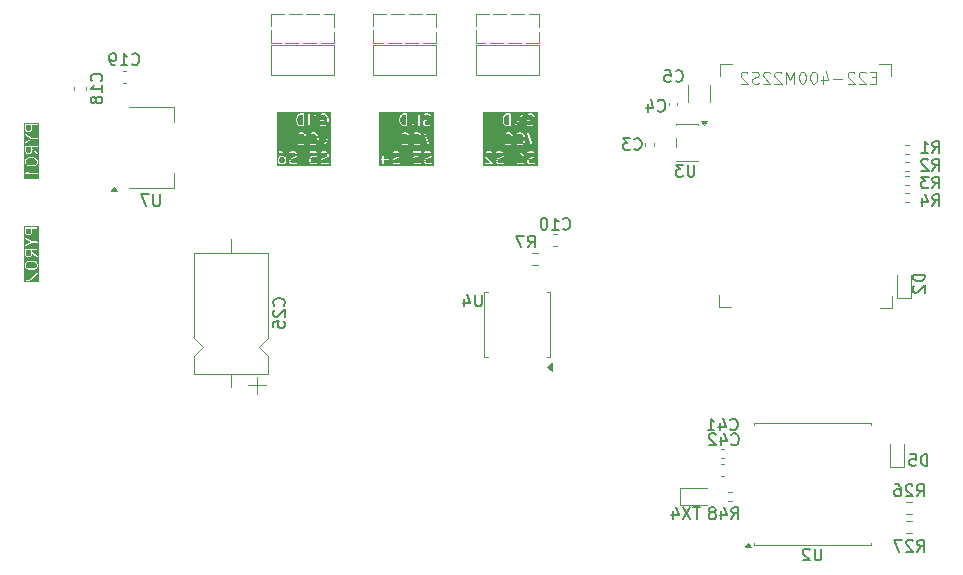
<source format=gbr>
%TF.GenerationSoftware,KiCad,Pcbnew,9.0.6*%
%TF.CreationDate,2026-01-10T10:28:34+02:00*%
%TF.ProjectId,flight_comp,666c6967-6874-45f6-936f-6d702e6b6963,rev?*%
%TF.SameCoordinates,Original*%
%TF.FileFunction,Legend,Bot*%
%TF.FilePolarity,Positive*%
%FSLAX46Y46*%
G04 Gerber Fmt 4.6, Leading zero omitted, Abs format (unit mm)*
G04 Created by KiCad (PCBNEW 9.0.6) date 2026-01-10 10:28:34*
%MOMM*%
%LPD*%
G01*
G04 APERTURE LIST*
%ADD10C,0.100000*%
%ADD11C,0.150000*%
%ADD12C,0.120000*%
G04 APERTURE END LIST*
D10*
X105025000Y-82275000D02*
X106125000Y-82275000D01*
X106525000Y-82275000D02*
X107625000Y-82275000D01*
X108025000Y-82275000D02*
X109125000Y-82275000D01*
X109525000Y-82275000D02*
X110350000Y-82275000D01*
X110350000Y-82275000D02*
X110350000Y-83375000D01*
X110350000Y-83775000D02*
X110350000Y-84775000D01*
X110350000Y-84775000D02*
X109250000Y-84775000D01*
X108850000Y-84775000D02*
X107750000Y-84775000D01*
X107350000Y-84775000D02*
X106250000Y-84775000D01*
X105850000Y-84775000D02*
X105025000Y-84775000D01*
X105025000Y-84775000D02*
X105025000Y-83675000D01*
X105025000Y-83275000D02*
X105025000Y-82275000D01*
X113700000Y-84950000D02*
X119025000Y-84950000D01*
X119025000Y-87450000D01*
X113700000Y-87450000D01*
X113700000Y-84950000D01*
X105025000Y-84950000D02*
X110350000Y-84950000D01*
X110350000Y-87450000D01*
X105025000Y-87450000D01*
X105025000Y-84950000D01*
X113700000Y-82275000D02*
X114800000Y-82275000D01*
X115200000Y-82275000D02*
X116300000Y-82275000D01*
X116700000Y-82275000D02*
X117800000Y-82275000D01*
X118200000Y-82275000D02*
X119025000Y-82275000D01*
X119025000Y-82275000D02*
X119025000Y-83375000D01*
X119025000Y-83775000D02*
X119025000Y-84775000D01*
X119025000Y-84775000D02*
X117925000Y-84775000D01*
X117525000Y-84775000D02*
X116425000Y-84775000D01*
X116025000Y-84775000D02*
X114925000Y-84775000D01*
X114525000Y-84775000D02*
X113700000Y-84775000D01*
X113700000Y-84775000D02*
X113700000Y-83675000D01*
X113700000Y-83275000D02*
X113700000Y-82275000D01*
X96350000Y-82275000D02*
X97450000Y-82275000D01*
X97850000Y-82275000D02*
X98950000Y-82275000D01*
X99350000Y-82275000D02*
X100450000Y-82275000D01*
X100850000Y-82275000D02*
X101675000Y-82275000D01*
X101675000Y-82275000D02*
X101675000Y-83375000D01*
X101675000Y-83775000D02*
X101675000Y-84775000D01*
X101675000Y-84775000D02*
X100575000Y-84775000D01*
X100175000Y-84775000D02*
X99075000Y-84775000D01*
X98675000Y-84775000D02*
X97575000Y-84775000D01*
X97175000Y-84775000D02*
X96350000Y-84775000D01*
X96350000Y-84775000D02*
X96350000Y-83675000D01*
X96350000Y-83275000D02*
X96350000Y-82275000D01*
X96350000Y-84950000D02*
X101675000Y-84950000D01*
X101675000Y-87450000D01*
X96350000Y-87450000D01*
X96350000Y-84950000D01*
G36*
X116548496Y-91702531D02*
G01*
X116368514Y-91702531D01*
X116244554Y-91661211D01*
X116163398Y-91580054D01*
X116121863Y-91496984D01*
X116077068Y-91317804D01*
X116077068Y-91187257D01*
X116121863Y-91008077D01*
X116163399Y-90925005D01*
X116244552Y-90843851D01*
X116368514Y-90802531D01*
X116548496Y-90802531D01*
X116548496Y-91702531D01*
G37*
G36*
X118949957Y-95133530D02*
G01*
X114342147Y-95133530D01*
X114342147Y-94162895D01*
X114453258Y-94162895D01*
X114453258Y-94258133D01*
X114454821Y-94265995D01*
X114455824Y-94273944D01*
X114503443Y-94416801D01*
X114504683Y-94418976D01*
X114504683Y-94420124D01*
X114509136Y-94426788D01*
X114513104Y-94433749D01*
X114514130Y-94434262D01*
X114515522Y-94436345D01*
X115001595Y-94922419D01*
X114503258Y-94922419D01*
X114484124Y-94926225D01*
X114457064Y-94953285D01*
X114457064Y-94991553D01*
X114484124Y-95018613D01*
X114503258Y-95022419D01*
X115122305Y-95022419D01*
X115141439Y-95018613D01*
X115168499Y-94991553D01*
X115168499Y-94953285D01*
X115157660Y-94937064D01*
X114907300Y-94686704D01*
X115405639Y-94686704D01*
X115405639Y-94781942D01*
X115406127Y-94784398D01*
X115405765Y-94785487D01*
X115407881Y-94793214D01*
X115409445Y-94801076D01*
X115410256Y-94801887D01*
X115410918Y-94804303D01*
X115458536Y-94899540D01*
X115463447Y-94905868D01*
X115467902Y-94912535D01*
X115515521Y-94960155D01*
X115522187Y-94964609D01*
X115528516Y-94969521D01*
X115623754Y-95017140D01*
X115626169Y-95017801D01*
X115626981Y-95018613D01*
X115634842Y-95020176D01*
X115642570Y-95022293D01*
X115643658Y-95021930D01*
X115646115Y-95022419D01*
X115884210Y-95022419D01*
X115892072Y-95020855D01*
X115900021Y-95019853D01*
X116042878Y-94972234D01*
X116059826Y-94962573D01*
X116064470Y-94953285D01*
X117123731Y-94953285D01*
X117123731Y-94991553D01*
X117150791Y-95018613D01*
X117169925Y-95022419D01*
X117741353Y-95022419D01*
X117760487Y-95018613D01*
X117787547Y-94991553D01*
X117787547Y-94953285D01*
X117760487Y-94926225D01*
X117741353Y-94922419D01*
X117505639Y-94922419D01*
X117505639Y-94686704D01*
X118072306Y-94686704D01*
X118072306Y-94781942D01*
X118072794Y-94784398D01*
X118072432Y-94785487D01*
X118074548Y-94793214D01*
X118076112Y-94801076D01*
X118076923Y-94801887D01*
X118077585Y-94804303D01*
X118125203Y-94899540D01*
X118130114Y-94905868D01*
X118134569Y-94912535D01*
X118182188Y-94960155D01*
X118188854Y-94964609D01*
X118195183Y-94969521D01*
X118290421Y-95017140D01*
X118292836Y-95017801D01*
X118293648Y-95018613D01*
X118301509Y-95020176D01*
X118309237Y-95022293D01*
X118310325Y-95021930D01*
X118312782Y-95022419D01*
X118550877Y-95022419D01*
X118558739Y-95020855D01*
X118566688Y-95019853D01*
X118709545Y-94972234D01*
X118726493Y-94962573D01*
X118743608Y-94928344D01*
X118731506Y-94892040D01*
X118697278Y-94874926D01*
X118677922Y-94877366D01*
X118542764Y-94922419D01*
X118324586Y-94922419D01*
X118247163Y-94883708D01*
X118211017Y-94847561D01*
X118172306Y-94770139D01*
X118172306Y-94698507D01*
X118211017Y-94621083D01*
X118247162Y-94584939D01*
X118330234Y-94543403D01*
X118515385Y-94497116D01*
X118520337Y-94494776D01*
X118525619Y-94493330D01*
X118620856Y-94445712D01*
X118627189Y-94440796D01*
X118633851Y-94436345D01*
X118681470Y-94388727D01*
X118685924Y-94382060D01*
X118690836Y-94375732D01*
X118738455Y-94280494D01*
X118739116Y-94278078D01*
X118739928Y-94277267D01*
X118741491Y-94269405D01*
X118743608Y-94261678D01*
X118743245Y-94260589D01*
X118743734Y-94258133D01*
X118743734Y-94162895D01*
X118743245Y-94160438D01*
X118743608Y-94159350D01*
X118741491Y-94151622D01*
X118739928Y-94143761D01*
X118739116Y-94142949D01*
X118738455Y-94140534D01*
X118690836Y-94045296D01*
X118685924Y-94038967D01*
X118681470Y-94032301D01*
X118633851Y-93984683D01*
X118627189Y-93980231D01*
X118620856Y-93975316D01*
X118525619Y-93927698D01*
X118523203Y-93927036D01*
X118522392Y-93926225D01*
X118514530Y-93924661D01*
X118506803Y-93922545D01*
X118505714Y-93922907D01*
X118503258Y-93922419D01*
X118265163Y-93922419D01*
X118257301Y-93923982D01*
X118249351Y-93924985D01*
X118106495Y-93972604D01*
X118089546Y-93982265D01*
X118072432Y-94016494D01*
X118084533Y-94052798D01*
X118118762Y-94069912D01*
X118138117Y-94067472D01*
X118273276Y-94022419D01*
X118491455Y-94022419D01*
X118568878Y-94061130D01*
X118605022Y-94097275D01*
X118643734Y-94174698D01*
X118643734Y-94246329D01*
X118605022Y-94323752D01*
X118568878Y-94359897D01*
X118485807Y-94401433D01*
X118300655Y-94447721D01*
X118295702Y-94450060D01*
X118290421Y-94451507D01*
X118195183Y-94499126D01*
X118188854Y-94504037D01*
X118182188Y-94508492D01*
X118134570Y-94556111D01*
X118130118Y-94562772D01*
X118125203Y-94569106D01*
X118077585Y-94664343D01*
X118076923Y-94666758D01*
X118076112Y-94667570D01*
X118074548Y-94675431D01*
X118072432Y-94683159D01*
X118072794Y-94684247D01*
X118072306Y-94686704D01*
X117505639Y-94686704D01*
X117505639Y-94137557D01*
X117509275Y-94143011D01*
X117512771Y-94146515D01*
X117515522Y-94150631D01*
X117610760Y-94245869D01*
X117617419Y-94250319D01*
X117623754Y-94255235D01*
X117718992Y-94302854D01*
X117737808Y-94308007D01*
X117774113Y-94295905D01*
X117791227Y-94261677D01*
X117779125Y-94225373D01*
X117763713Y-94213411D01*
X117675731Y-94169420D01*
X117589736Y-94083425D01*
X117497242Y-93944684D01*
X117483461Y-93930875D01*
X117478413Y-93929865D01*
X117474773Y-93926225D01*
X117460211Y-93926225D01*
X117445936Y-93923370D01*
X117441653Y-93926225D01*
X117436505Y-93926225D01*
X117426208Y-93936521D01*
X117414095Y-93944597D01*
X117413085Y-93949644D01*
X117409445Y-93953285D01*
X117405639Y-93972419D01*
X117405639Y-94922419D01*
X117169925Y-94922419D01*
X117150791Y-94926225D01*
X117123731Y-94953285D01*
X116064470Y-94953285D01*
X116076941Y-94928344D01*
X116064839Y-94892040D01*
X116030611Y-94874926D01*
X116011255Y-94877366D01*
X115876097Y-94922419D01*
X115657919Y-94922419D01*
X115580496Y-94883708D01*
X115544350Y-94847561D01*
X115505639Y-94770139D01*
X115505639Y-94698507D01*
X115544350Y-94621083D01*
X115580495Y-94584939D01*
X115663567Y-94543403D01*
X115848718Y-94497116D01*
X115853670Y-94494776D01*
X115858952Y-94493330D01*
X115954189Y-94445712D01*
X115960522Y-94440796D01*
X115967184Y-94436345D01*
X116014803Y-94388727D01*
X116019257Y-94382060D01*
X116024169Y-94375732D01*
X116071788Y-94280494D01*
X116072449Y-94278078D01*
X116073261Y-94277267D01*
X116074824Y-94269405D01*
X116076941Y-94261678D01*
X116076578Y-94260589D01*
X116077067Y-94258133D01*
X116077067Y-94162895D01*
X116076578Y-94160438D01*
X116076941Y-94159350D01*
X116074824Y-94151622D01*
X116073261Y-94143761D01*
X116072449Y-94142949D01*
X116071788Y-94140534D01*
X116024169Y-94045296D01*
X116019257Y-94038967D01*
X116014803Y-94032301D01*
X115967184Y-93984683D01*
X115960522Y-93980231D01*
X115954189Y-93975316D01*
X115858952Y-93927698D01*
X115856536Y-93927036D01*
X115855725Y-93926225D01*
X115847863Y-93924661D01*
X115840136Y-93922545D01*
X115839047Y-93922907D01*
X115836591Y-93922419D01*
X115598496Y-93922419D01*
X115590634Y-93923982D01*
X115582684Y-93924985D01*
X115439828Y-93972604D01*
X115422879Y-93982265D01*
X115405765Y-94016494D01*
X115417866Y-94052798D01*
X115452095Y-94069912D01*
X115471450Y-94067472D01*
X115606609Y-94022419D01*
X115824788Y-94022419D01*
X115902211Y-94061130D01*
X115938355Y-94097275D01*
X115977067Y-94174698D01*
X115977067Y-94246329D01*
X115938355Y-94323752D01*
X115902211Y-94359897D01*
X115819140Y-94401433D01*
X115633988Y-94447721D01*
X115629035Y-94450060D01*
X115623754Y-94451507D01*
X115528516Y-94499126D01*
X115522187Y-94504037D01*
X115515521Y-94508492D01*
X115467903Y-94556111D01*
X115463451Y-94562772D01*
X115458536Y-94569106D01*
X115410918Y-94664343D01*
X115410256Y-94666758D01*
X115409445Y-94667570D01*
X115407881Y-94675431D01*
X115405765Y-94683159D01*
X115406127Y-94684247D01*
X115405639Y-94686704D01*
X114907300Y-94686704D01*
X114594578Y-94373981D01*
X114553258Y-94250019D01*
X114553258Y-94174698D01*
X114591969Y-94097274D01*
X114628114Y-94061130D01*
X114705538Y-94022419D01*
X114920026Y-94022419D01*
X114997449Y-94061130D01*
X115039330Y-94103012D01*
X115055551Y-94113851D01*
X115093820Y-94113851D01*
X115120880Y-94086791D01*
X115120880Y-94048522D01*
X115110041Y-94032301D01*
X115062422Y-93984683D01*
X115055760Y-93980231D01*
X115049427Y-93975316D01*
X114954190Y-93927698D01*
X114951774Y-93927036D01*
X114950963Y-93926225D01*
X114943101Y-93924661D01*
X114935374Y-93922545D01*
X114934285Y-93922907D01*
X114931829Y-93922419D01*
X114693734Y-93922419D01*
X114691277Y-93922907D01*
X114690189Y-93922545D01*
X114682461Y-93924661D01*
X114674600Y-93926225D01*
X114673788Y-93927036D01*
X114671373Y-93927698D01*
X114576135Y-93975317D01*
X114569806Y-93980228D01*
X114563140Y-93984683D01*
X114515522Y-94032302D01*
X114511070Y-94038963D01*
X114506155Y-94045297D01*
X114458537Y-94140534D01*
X114457875Y-94142949D01*
X114457064Y-94143761D01*
X114455500Y-94151622D01*
X114453384Y-94159350D01*
X114453746Y-94160438D01*
X114453258Y-94162895D01*
X114342147Y-94162895D01*
X114342147Y-92438579D01*
X116171350Y-92438579D01*
X116171350Y-92476847D01*
X116198410Y-92503907D01*
X116236678Y-92503907D01*
X116252899Y-92493068D01*
X116292172Y-92453795D01*
X116416133Y-92412475D01*
X116495145Y-92412475D01*
X116619106Y-92453795D01*
X116700259Y-92534948D01*
X116741796Y-92618022D01*
X116786591Y-92797201D01*
X116786591Y-92927748D01*
X116741796Y-93106926D01*
X116700259Y-93190000D01*
X116619105Y-93271154D01*
X116495145Y-93312475D01*
X116416133Y-93312475D01*
X116292173Y-93271155D01*
X116252900Y-93231881D01*
X116236679Y-93221042D01*
X116198410Y-93221042D01*
X116171350Y-93248101D01*
X116171350Y-93286370D01*
X116182188Y-93302591D01*
X116229807Y-93350211D01*
X116231889Y-93351602D01*
X116232403Y-93352629D01*
X116239361Y-93356595D01*
X116246028Y-93361050D01*
X116247177Y-93361050D01*
X116249352Y-93362290D01*
X116392208Y-93409909D01*
X116400158Y-93410911D01*
X116408020Y-93412475D01*
X116503258Y-93412475D01*
X116511120Y-93410911D01*
X116519069Y-93409909D01*
X116661926Y-93362290D01*
X116664101Y-93361050D01*
X116665250Y-93361050D01*
X116671920Y-93356592D01*
X116678874Y-93352629D01*
X116679386Y-93351603D01*
X116681471Y-93350211D01*
X116776709Y-93254972D01*
X116781162Y-93248306D01*
X116786074Y-93241978D01*
X116833693Y-93146740D01*
X116835139Y-93141458D01*
X116837479Y-93136506D01*
X116885098Y-92946030D01*
X116885395Y-92939912D01*
X116886591Y-92933903D01*
X116886591Y-92791046D01*
X116885395Y-92785036D01*
X116885098Y-92778919D01*
X116837479Y-92588443D01*
X116835139Y-92583490D01*
X116833693Y-92578209D01*
X116786074Y-92482971D01*
X116781158Y-92476636D01*
X116776708Y-92469977D01*
X116745310Y-92438579D01*
X117171350Y-92438579D01*
X117171350Y-92476847D01*
X117198410Y-92503907D01*
X117236678Y-92503907D01*
X117252899Y-92493068D01*
X117292172Y-92453795D01*
X117416133Y-92412475D01*
X117495145Y-92412475D01*
X117619106Y-92453795D01*
X117700259Y-92534948D01*
X117741796Y-92618022D01*
X117786591Y-92797201D01*
X117786591Y-92927748D01*
X117741796Y-93106926D01*
X117700259Y-93190000D01*
X117619105Y-93271154D01*
X117495145Y-93312475D01*
X117416133Y-93312475D01*
X117292173Y-93271155D01*
X117252900Y-93231881D01*
X117236679Y-93221042D01*
X117198410Y-93221042D01*
X117171350Y-93248101D01*
X117171350Y-93286370D01*
X117182188Y-93302591D01*
X117229807Y-93350211D01*
X117231889Y-93351602D01*
X117232403Y-93352629D01*
X117239361Y-93356595D01*
X117246028Y-93361050D01*
X117247177Y-93361050D01*
X117249352Y-93362290D01*
X117392208Y-93409909D01*
X117400158Y-93410911D01*
X117408020Y-93412475D01*
X117503258Y-93412475D01*
X117511120Y-93410911D01*
X117519069Y-93409909D01*
X117661926Y-93362290D01*
X117664101Y-93361050D01*
X117665250Y-93361050D01*
X117671920Y-93356592D01*
X117678874Y-93352629D01*
X117679386Y-93351603D01*
X117681471Y-93350211D01*
X117776709Y-93254972D01*
X117781162Y-93248306D01*
X117786074Y-93241978D01*
X117833693Y-93146740D01*
X117835139Y-93141458D01*
X117837479Y-93136506D01*
X117885098Y-92946030D01*
X117885395Y-92939912D01*
X117886591Y-92933903D01*
X117886591Y-92791046D01*
X117885395Y-92785036D01*
X117885098Y-92778919D01*
X117837479Y-92588443D01*
X117835139Y-92583490D01*
X117833693Y-92578209D01*
X117786074Y-92482971D01*
X117781158Y-92476636D01*
X117776708Y-92469977D01*
X117681470Y-92374739D01*
X117679387Y-92373347D01*
X117678874Y-92372321D01*
X117671913Y-92368353D01*
X117665249Y-92363900D01*
X117664101Y-92363900D01*
X117661926Y-92362660D01*
X117650739Y-92358931D01*
X118072432Y-92358931D01*
X118074872Y-92378286D01*
X118408205Y-93378286D01*
X118417866Y-93395234D01*
X118421207Y-93396904D01*
X118422879Y-93400248D01*
X118437921Y-93405261D01*
X118452095Y-93412349D01*
X118455638Y-93411167D01*
X118459183Y-93412349D01*
X118473362Y-93405259D01*
X118488399Y-93400247D01*
X118490069Y-93396906D01*
X118493412Y-93395235D01*
X118503073Y-93378286D01*
X118836406Y-92378287D01*
X118838846Y-92358931D01*
X118821732Y-92324703D01*
X118785428Y-92312601D01*
X118751199Y-92329716D01*
X118741538Y-92346664D01*
X118455639Y-93204361D01*
X118169740Y-92346664D01*
X118160079Y-92329715D01*
X118125850Y-92312601D01*
X118089546Y-92324702D01*
X118072432Y-92358931D01*
X117650739Y-92358931D01*
X117519069Y-92315041D01*
X117511120Y-92314038D01*
X117503258Y-92312475D01*
X117408020Y-92312475D01*
X117400158Y-92314038D01*
X117392208Y-92315041D01*
X117249352Y-92362660D01*
X117247177Y-92363900D01*
X117246028Y-92363900D01*
X117239361Y-92368354D01*
X117232403Y-92372321D01*
X117231889Y-92373347D01*
X117229807Y-92374739D01*
X117182189Y-92422358D01*
X117171350Y-92438579D01*
X116745310Y-92438579D01*
X116681470Y-92374739D01*
X116679387Y-92373347D01*
X116678874Y-92372321D01*
X116671913Y-92368353D01*
X116665249Y-92363900D01*
X116664101Y-92363900D01*
X116661926Y-92362660D01*
X116519069Y-92315041D01*
X116511120Y-92314038D01*
X116503258Y-92312475D01*
X116408020Y-92312475D01*
X116400158Y-92314038D01*
X116392208Y-92315041D01*
X116249352Y-92362660D01*
X116247177Y-92363900D01*
X116246028Y-92363900D01*
X116239361Y-92368354D01*
X116232403Y-92372321D01*
X116231889Y-92373347D01*
X116229807Y-92374739D01*
X116182189Y-92422358D01*
X116171350Y-92438579D01*
X114342147Y-92438579D01*
X114342147Y-91181102D01*
X115977068Y-91181102D01*
X115977068Y-91323959D01*
X115978263Y-91329968D01*
X115978561Y-91336086D01*
X116026180Y-91526562D01*
X116028519Y-91531514D01*
X116029966Y-91536796D01*
X116077584Y-91632033D01*
X116082495Y-91638361D01*
X116086950Y-91645028D01*
X116182189Y-91740267D01*
X116184270Y-91741657D01*
X116184784Y-91742685D01*
X116191749Y-91746655D01*
X116198410Y-91751106D01*
X116199558Y-91751106D01*
X116201733Y-91752346D01*
X116344589Y-91799965D01*
X116352539Y-91800967D01*
X116360401Y-91802531D01*
X116598496Y-91802531D01*
X116617630Y-91798725D01*
X116644690Y-91771665D01*
X116648496Y-91752531D01*
X116648496Y-90752531D01*
X117024687Y-90752531D01*
X117024687Y-91752531D01*
X117028493Y-91771665D01*
X117033347Y-91776519D01*
X117035155Y-91783146D01*
X117046399Y-91789571D01*
X117055553Y-91798725D01*
X117062419Y-91798725D01*
X117068381Y-91802132D01*
X117080874Y-91798725D01*
X117093821Y-91798725D01*
X117098675Y-91793870D01*
X117105302Y-91792063D01*
X117118099Y-91777338D01*
X117596115Y-90940809D01*
X117596115Y-91752531D01*
X117599921Y-91771665D01*
X117626981Y-91798725D01*
X117665249Y-91798725D01*
X117692309Y-91771665D01*
X117696115Y-91752531D01*
X117696115Y-91323959D01*
X118024687Y-91323959D01*
X118024687Y-91657292D01*
X118028493Y-91676426D01*
X118039331Y-91692647D01*
X118086950Y-91740267D01*
X118089032Y-91741658D01*
X118089546Y-91742685D01*
X118096504Y-91746651D01*
X118103171Y-91751106D01*
X118104320Y-91751106D01*
X118106495Y-91752346D01*
X118249351Y-91799965D01*
X118257301Y-91800967D01*
X118265163Y-91802531D01*
X118360401Y-91802531D01*
X118368263Y-91800967D01*
X118376212Y-91799965D01*
X118519069Y-91752346D01*
X118521244Y-91751106D01*
X118522393Y-91751106D01*
X118529063Y-91746648D01*
X118536017Y-91742685D01*
X118536529Y-91741659D01*
X118538614Y-91740267D01*
X118633852Y-91645028D01*
X118638305Y-91638362D01*
X118643217Y-91632034D01*
X118690836Y-91536796D01*
X118692282Y-91531514D01*
X118694622Y-91526562D01*
X118742241Y-91336086D01*
X118742538Y-91329968D01*
X118743734Y-91323959D01*
X118743734Y-91181102D01*
X118742538Y-91175092D01*
X118742241Y-91168975D01*
X118694622Y-90978499D01*
X118692282Y-90973546D01*
X118690836Y-90968265D01*
X118643217Y-90873027D01*
X118638301Y-90866692D01*
X118633851Y-90860033D01*
X118538613Y-90764795D01*
X118536530Y-90763403D01*
X118536017Y-90762377D01*
X118529056Y-90758409D01*
X118522392Y-90753956D01*
X118521244Y-90753956D01*
X118519069Y-90752716D01*
X118376212Y-90705097D01*
X118368263Y-90704094D01*
X118360401Y-90702531D01*
X118217544Y-90702531D01*
X118215087Y-90703019D01*
X118213999Y-90702657D01*
X118206271Y-90704773D01*
X118198410Y-90706337D01*
X118197598Y-90707148D01*
X118195183Y-90707810D01*
X118099945Y-90755429D01*
X118084533Y-90767390D01*
X118072432Y-90803695D01*
X118089546Y-90837923D01*
X118125851Y-90850024D01*
X118144667Y-90844871D01*
X118229348Y-90802531D01*
X118352288Y-90802531D01*
X118476249Y-90843851D01*
X118557402Y-90925004D01*
X118598939Y-91008078D01*
X118643734Y-91187257D01*
X118643734Y-91317804D01*
X118598939Y-91496982D01*
X118557402Y-91580056D01*
X118476248Y-91661210D01*
X118352288Y-91702531D01*
X118273276Y-91702531D01*
X118149316Y-91661211D01*
X118124687Y-91636581D01*
X118124687Y-91373959D01*
X118265163Y-91373959D01*
X118284297Y-91370153D01*
X118311357Y-91343093D01*
X118311357Y-91304825D01*
X118284297Y-91277765D01*
X118265163Y-91273959D01*
X118074687Y-91273959D01*
X118055553Y-91277765D01*
X118028493Y-91304825D01*
X118024687Y-91323959D01*
X117696115Y-91323959D01*
X117696115Y-90752531D01*
X117692309Y-90733397D01*
X117687454Y-90728542D01*
X117685647Y-90721916D01*
X117674402Y-90715490D01*
X117665249Y-90706337D01*
X117658383Y-90706337D01*
X117652421Y-90702930D01*
X117639929Y-90706337D01*
X117626981Y-90706337D01*
X117622125Y-90711192D01*
X117615501Y-90712999D01*
X117602703Y-90727724D01*
X117124687Y-91564252D01*
X117124687Y-90752531D01*
X117120881Y-90733397D01*
X117093821Y-90706337D01*
X117055553Y-90706337D01*
X117028493Y-90733397D01*
X117024687Y-90752531D01*
X116648496Y-90752531D01*
X116644690Y-90733397D01*
X116617630Y-90706337D01*
X116598496Y-90702531D01*
X116360401Y-90702531D01*
X116352539Y-90704094D01*
X116344589Y-90705097D01*
X116201733Y-90752716D01*
X116199558Y-90753956D01*
X116198410Y-90753956D01*
X116191749Y-90758406D01*
X116184784Y-90762377D01*
X116184270Y-90763404D01*
X116182189Y-90764795D01*
X116086951Y-90860033D01*
X116082499Y-90866694D01*
X116077584Y-90873028D01*
X116029966Y-90968265D01*
X116028519Y-90973546D01*
X116026180Y-90978499D01*
X115978561Y-91168975D01*
X115978263Y-91175092D01*
X115977068Y-91181102D01*
X114342147Y-91181102D01*
X114342147Y-90591420D01*
X118949957Y-90591420D01*
X118949957Y-95133530D01*
G37*
G36*
X76403998Y-94556175D02*
G01*
X76483707Y-94635884D01*
X76522419Y-94713306D01*
X76522419Y-94880175D01*
X76483707Y-94957597D01*
X76403998Y-95037306D01*
X76232930Y-95080074D01*
X75911907Y-95080074D01*
X75740837Y-95037306D01*
X75661131Y-94957600D01*
X75622419Y-94880176D01*
X75622419Y-94713306D01*
X75661131Y-94635882D01*
X75740837Y-94556175D01*
X75911907Y-94513408D01*
X76232930Y-94513408D01*
X76403998Y-94556175D01*
G37*
G36*
X76046228Y-93880175D02*
G01*
X76007516Y-93957598D01*
X75971372Y-93993743D01*
X75893949Y-94032455D01*
X75774699Y-94032455D01*
X75697275Y-93993743D01*
X75661130Y-93957599D01*
X75622419Y-93880176D01*
X75622419Y-93561027D01*
X76046228Y-93561027D01*
X76046228Y-93880175D01*
G37*
G36*
X76046228Y-92023032D02*
G01*
X76007516Y-92100455D01*
X75971372Y-92136600D01*
X75893949Y-92175312D01*
X75774699Y-92175312D01*
X75697275Y-92136600D01*
X75661130Y-92100456D01*
X75622419Y-92023033D01*
X75622419Y-91703884D01*
X76046228Y-91703884D01*
X76046228Y-92023032D01*
G37*
G36*
X76733530Y-96239760D02*
G01*
X75411308Y-96239760D01*
X75411308Y-95806444D01*
X75523370Y-95806444D01*
X75526225Y-95810726D01*
X75526225Y-95815875D01*
X75536521Y-95826171D01*
X75544597Y-95838285D01*
X75549644Y-95839294D01*
X75553285Y-95842935D01*
X75572419Y-95846741D01*
X76522419Y-95846741D01*
X76522419Y-96082455D01*
X76526225Y-96101589D01*
X76553285Y-96128649D01*
X76591553Y-96128649D01*
X76618613Y-96101589D01*
X76622419Y-96082455D01*
X76622419Y-95511027D01*
X76618613Y-95491893D01*
X76591553Y-95464833D01*
X76553285Y-95464833D01*
X76526225Y-95491893D01*
X76522419Y-95511027D01*
X76522419Y-95746741D01*
X75737557Y-95746741D01*
X75743011Y-95743105D01*
X75746515Y-95739608D01*
X75750631Y-95736858D01*
X75845869Y-95641620D01*
X75850319Y-95634960D01*
X75855235Y-95628626D01*
X75902854Y-95533388D01*
X75908007Y-95514572D01*
X75895905Y-95478267D01*
X75861677Y-95461153D01*
X75825373Y-95473255D01*
X75813411Y-95488667D01*
X75769420Y-95576648D01*
X75683425Y-95662644D01*
X75544684Y-95755138D01*
X75530875Y-95768919D01*
X75529865Y-95773966D01*
X75526225Y-95777607D01*
X75526225Y-95792169D01*
X75523370Y-95806444D01*
X75411308Y-95806444D01*
X75411308Y-94701503D01*
X75522419Y-94701503D01*
X75522419Y-94891979D01*
X75522907Y-94894435D01*
X75522545Y-94895524D01*
X75524661Y-94903251D01*
X75526225Y-94911113D01*
X75527036Y-94911924D01*
X75527698Y-94914340D01*
X75575316Y-95009577D01*
X75580231Y-95015910D01*
X75584683Y-95022572D01*
X75679921Y-95117810D01*
X75684423Y-95120818D01*
X75685510Y-95122629D01*
X75691048Y-95125245D01*
X75696142Y-95128649D01*
X75698253Y-95128649D01*
X75703149Y-95130962D01*
X75893625Y-95178581D01*
X75899742Y-95178878D01*
X75905752Y-95180074D01*
X76239085Y-95180074D01*
X76245094Y-95178878D01*
X76251212Y-95178581D01*
X76441688Y-95130962D01*
X76446584Y-95128649D01*
X76448695Y-95128649D01*
X76453790Y-95125244D01*
X76459327Y-95122629D01*
X76460412Y-95120820D01*
X76464916Y-95117811D01*
X76560155Y-95022572D01*
X76564605Y-95015912D01*
X76569521Y-95009578D01*
X76617140Y-94914340D01*
X76617801Y-94911924D01*
X76618613Y-94911113D01*
X76620176Y-94903251D01*
X76622293Y-94895524D01*
X76621930Y-94894435D01*
X76622419Y-94891979D01*
X76622419Y-94701503D01*
X76621930Y-94699046D01*
X76622293Y-94697958D01*
X76620176Y-94690230D01*
X76618613Y-94682369D01*
X76617801Y-94681557D01*
X76617140Y-94679142D01*
X76569521Y-94583904D01*
X76564605Y-94577569D01*
X76560155Y-94570910D01*
X76464916Y-94475671D01*
X76460412Y-94472661D01*
X76459327Y-94470853D01*
X76453790Y-94468237D01*
X76448695Y-94464833D01*
X76446584Y-94464833D01*
X76441688Y-94462520D01*
X76251212Y-94414901D01*
X76245094Y-94414603D01*
X76239085Y-94413408D01*
X75905752Y-94413408D01*
X75899742Y-94414603D01*
X75893625Y-94414901D01*
X75703149Y-94462520D01*
X75698253Y-94464833D01*
X75696142Y-94464833D01*
X75691048Y-94468236D01*
X75685510Y-94470853D01*
X75684423Y-94472663D01*
X75679921Y-94475672D01*
X75584683Y-94570910D01*
X75580231Y-94577571D01*
X75575316Y-94583905D01*
X75527698Y-94679142D01*
X75527036Y-94681557D01*
X75526225Y-94682369D01*
X75524661Y-94690230D01*
X75522545Y-94697958D01*
X75522907Y-94699046D01*
X75522419Y-94701503D01*
X75411308Y-94701503D01*
X75411308Y-93511027D01*
X75522419Y-93511027D01*
X75522419Y-93891979D01*
X75522907Y-93894435D01*
X75522545Y-93895524D01*
X75524661Y-93903251D01*
X75526225Y-93911113D01*
X75527036Y-93911924D01*
X75527698Y-93914340D01*
X75575316Y-94009577D01*
X75580231Y-94015910D01*
X75584683Y-94022572D01*
X75632301Y-94070191D01*
X75638967Y-94074645D01*
X75645296Y-94079557D01*
X75740534Y-94127176D01*
X75742949Y-94127837D01*
X75743761Y-94128649D01*
X75751622Y-94130212D01*
X75759350Y-94132329D01*
X75760438Y-94131966D01*
X75762895Y-94132455D01*
X75905752Y-94132455D01*
X75908208Y-94131966D01*
X75909297Y-94132329D01*
X75917024Y-94130212D01*
X75924886Y-94128649D01*
X75925697Y-94127837D01*
X75928113Y-94127176D01*
X76023350Y-94079558D01*
X76029683Y-94074642D01*
X76036345Y-94070191D01*
X76083964Y-94022573D01*
X76088418Y-94015906D01*
X76093330Y-94009578D01*
X76140949Y-93914340D01*
X76141610Y-93911924D01*
X76142422Y-93911113D01*
X76143985Y-93903251D01*
X76146102Y-93895524D01*
X76145739Y-93894435D01*
X76146228Y-93891979D01*
X76146228Y-93845154D01*
X76543746Y-94123417D01*
X76561604Y-94131271D01*
X76599290Y-94124621D01*
X76621235Y-94093270D01*
X76614585Y-94055584D01*
X76601092Y-94041493D01*
X76146228Y-93723088D01*
X76146228Y-93561027D01*
X76572419Y-93561027D01*
X76591553Y-93557221D01*
X76618613Y-93530161D01*
X76618613Y-93491893D01*
X76591553Y-93464833D01*
X76572419Y-93461027D01*
X75572419Y-93461027D01*
X75553285Y-93464833D01*
X75526225Y-93491893D01*
X75522419Y-93511027D01*
X75411308Y-93511027D01*
X75411308Y-92502369D01*
X75523174Y-92502369D01*
X75531476Y-92539727D01*
X75545575Y-92553210D01*
X76003096Y-92844360D01*
X75545575Y-93135510D01*
X75531476Y-93148993D01*
X75523174Y-93186351D01*
X75543719Y-93218636D01*
X75581077Y-93226938D01*
X75599263Y-93219876D01*
X76110788Y-92894360D01*
X76572419Y-92894360D01*
X76591553Y-92890554D01*
X76618613Y-92863494D01*
X76618613Y-92825226D01*
X76591553Y-92798166D01*
X76572419Y-92794360D01*
X76110788Y-92794360D01*
X75599263Y-92468844D01*
X75581077Y-92461782D01*
X75543719Y-92470084D01*
X75523174Y-92502369D01*
X75411308Y-92502369D01*
X75411308Y-91653884D01*
X75522419Y-91653884D01*
X75522419Y-92034836D01*
X75522907Y-92037292D01*
X75522545Y-92038381D01*
X75524661Y-92046108D01*
X75526225Y-92053970D01*
X75527036Y-92054781D01*
X75527698Y-92057197D01*
X75575316Y-92152434D01*
X75580231Y-92158767D01*
X75584683Y-92165429D01*
X75632301Y-92213048D01*
X75638967Y-92217502D01*
X75645296Y-92222414D01*
X75740534Y-92270033D01*
X75742949Y-92270694D01*
X75743761Y-92271506D01*
X75751622Y-92273069D01*
X75759350Y-92275186D01*
X75760438Y-92274823D01*
X75762895Y-92275312D01*
X75905752Y-92275312D01*
X75908208Y-92274823D01*
X75909297Y-92275186D01*
X75917024Y-92273069D01*
X75924886Y-92271506D01*
X75925697Y-92270694D01*
X75928113Y-92270033D01*
X76023350Y-92222415D01*
X76029683Y-92217499D01*
X76036345Y-92213048D01*
X76083964Y-92165430D01*
X76088418Y-92158763D01*
X76093330Y-92152435D01*
X76140949Y-92057197D01*
X76141610Y-92054781D01*
X76142422Y-92053970D01*
X76143985Y-92046108D01*
X76146102Y-92038381D01*
X76145739Y-92037292D01*
X76146228Y-92034836D01*
X76146228Y-91703884D01*
X76572419Y-91703884D01*
X76591553Y-91700078D01*
X76618613Y-91673018D01*
X76618613Y-91634750D01*
X76591553Y-91607690D01*
X76572419Y-91603884D01*
X75572419Y-91603884D01*
X75553285Y-91607690D01*
X75526225Y-91634750D01*
X75522419Y-91653884D01*
X75411308Y-91653884D01*
X75411308Y-91492773D01*
X76733530Y-91492773D01*
X76733530Y-96239760D01*
G37*
G36*
X107798496Y-91702531D02*
G01*
X107618514Y-91702531D01*
X107494554Y-91661211D01*
X107413398Y-91580054D01*
X107371863Y-91496984D01*
X107327068Y-91317804D01*
X107327068Y-91187257D01*
X107371863Y-91008077D01*
X107413399Y-90925005D01*
X107494552Y-90843851D01*
X107618514Y-90802531D01*
X107798496Y-90802531D01*
X107798496Y-91702531D01*
G37*
G36*
X110199957Y-95133530D02*
G01*
X105548334Y-95133530D01*
X105548334Y-94619951D01*
X105659445Y-94619951D01*
X105659445Y-94658219D01*
X105686505Y-94685279D01*
X105705639Y-94689085D01*
X105798496Y-94689085D01*
X105798496Y-94972419D01*
X105802302Y-94991553D01*
X105829362Y-95018613D01*
X105867630Y-95018613D01*
X105894690Y-94991553D01*
X105898496Y-94972419D01*
X105898496Y-94689085D01*
X106324686Y-94689085D01*
X106336656Y-94686704D01*
X106655639Y-94686704D01*
X106655639Y-94781942D01*
X106656127Y-94784398D01*
X106655765Y-94785487D01*
X106657881Y-94793214D01*
X106659445Y-94801076D01*
X106660256Y-94801887D01*
X106660918Y-94804303D01*
X106708536Y-94899540D01*
X106713447Y-94905868D01*
X106717902Y-94912535D01*
X106765521Y-94960155D01*
X106772187Y-94964609D01*
X106778516Y-94969521D01*
X106873754Y-95017140D01*
X106876169Y-95017801D01*
X106876981Y-95018613D01*
X106884842Y-95020176D01*
X106892570Y-95022293D01*
X106893658Y-95021930D01*
X106896115Y-95022419D01*
X107134210Y-95022419D01*
X107142072Y-95020855D01*
X107150021Y-95019853D01*
X107292878Y-94972234D01*
X107309826Y-94962573D01*
X107326941Y-94928344D01*
X107314839Y-94892040D01*
X107280611Y-94874926D01*
X107261255Y-94877366D01*
X107126097Y-94922419D01*
X106907919Y-94922419D01*
X106830496Y-94883708D01*
X106794350Y-94847561D01*
X106755639Y-94770139D01*
X106755639Y-94698507D01*
X106794350Y-94621083D01*
X106830495Y-94584939D01*
X106912679Y-94543847D01*
X108369925Y-94543847D01*
X108369925Y-94781942D01*
X108370413Y-94784398D01*
X108370051Y-94785487D01*
X108372167Y-94793214D01*
X108373731Y-94801076D01*
X108374542Y-94801887D01*
X108375204Y-94804303D01*
X108422822Y-94899540D01*
X108427733Y-94905868D01*
X108432188Y-94912535D01*
X108479807Y-94960155D01*
X108486473Y-94964609D01*
X108492802Y-94969521D01*
X108588040Y-95017140D01*
X108590455Y-95017801D01*
X108591267Y-95018613D01*
X108599128Y-95020176D01*
X108606856Y-95022293D01*
X108607944Y-95021930D01*
X108610401Y-95022419D01*
X108896115Y-95022419D01*
X108898571Y-95021930D01*
X108899660Y-95022293D01*
X108907387Y-95020176D01*
X108915249Y-95018613D01*
X108916060Y-95017801D01*
X108918476Y-95017140D01*
X109013713Y-94969522D01*
X109020040Y-94964611D01*
X109026709Y-94960155D01*
X109074328Y-94912535D01*
X109085166Y-94896314D01*
X109085166Y-94858045D01*
X109058106Y-94830986D01*
X109019837Y-94830986D01*
X109003616Y-94841825D01*
X108961733Y-94883708D01*
X108884312Y-94922419D01*
X108622205Y-94922419D01*
X108544782Y-94883708D01*
X108508636Y-94847561D01*
X108469925Y-94770139D01*
X108469925Y-94686704D01*
X109322306Y-94686704D01*
X109322306Y-94781942D01*
X109322794Y-94784398D01*
X109322432Y-94785487D01*
X109324548Y-94793214D01*
X109326112Y-94801076D01*
X109326923Y-94801887D01*
X109327585Y-94804303D01*
X109375203Y-94899540D01*
X109380114Y-94905868D01*
X109384569Y-94912535D01*
X109432188Y-94960155D01*
X109438854Y-94964609D01*
X109445183Y-94969521D01*
X109540421Y-95017140D01*
X109542836Y-95017801D01*
X109543648Y-95018613D01*
X109551509Y-95020176D01*
X109559237Y-95022293D01*
X109560325Y-95021930D01*
X109562782Y-95022419D01*
X109800877Y-95022419D01*
X109808739Y-95020855D01*
X109816688Y-95019853D01*
X109959545Y-94972234D01*
X109976493Y-94962573D01*
X109993608Y-94928344D01*
X109981506Y-94892040D01*
X109947278Y-94874926D01*
X109927922Y-94877366D01*
X109792764Y-94922419D01*
X109574586Y-94922419D01*
X109497163Y-94883708D01*
X109461017Y-94847561D01*
X109422306Y-94770139D01*
X109422306Y-94698507D01*
X109461017Y-94621083D01*
X109497162Y-94584939D01*
X109580234Y-94543403D01*
X109765385Y-94497116D01*
X109770337Y-94494776D01*
X109775619Y-94493330D01*
X109870856Y-94445712D01*
X109877189Y-94440796D01*
X109883851Y-94436345D01*
X109931470Y-94388727D01*
X109935924Y-94382060D01*
X109940836Y-94375732D01*
X109988455Y-94280494D01*
X109989116Y-94278078D01*
X109989928Y-94277267D01*
X109991491Y-94269405D01*
X109993608Y-94261678D01*
X109993245Y-94260589D01*
X109993734Y-94258133D01*
X109993734Y-94162895D01*
X109993245Y-94160438D01*
X109993608Y-94159350D01*
X109991491Y-94151622D01*
X109989928Y-94143761D01*
X109989116Y-94142949D01*
X109988455Y-94140534D01*
X109940836Y-94045296D01*
X109935924Y-94038967D01*
X109931470Y-94032301D01*
X109883851Y-93984683D01*
X109877189Y-93980231D01*
X109870856Y-93975316D01*
X109775619Y-93927698D01*
X109773203Y-93927036D01*
X109772392Y-93926225D01*
X109764530Y-93924661D01*
X109756803Y-93922545D01*
X109755714Y-93922907D01*
X109753258Y-93922419D01*
X109515163Y-93922419D01*
X109507301Y-93923982D01*
X109499351Y-93924985D01*
X109356495Y-93972604D01*
X109339546Y-93982265D01*
X109322432Y-94016494D01*
X109334533Y-94052798D01*
X109368762Y-94069912D01*
X109388117Y-94067472D01*
X109523276Y-94022419D01*
X109741455Y-94022419D01*
X109818878Y-94061130D01*
X109855022Y-94097275D01*
X109893734Y-94174698D01*
X109893734Y-94246329D01*
X109855022Y-94323752D01*
X109818878Y-94359897D01*
X109735807Y-94401433D01*
X109550655Y-94447721D01*
X109545702Y-94450060D01*
X109540421Y-94451507D01*
X109445183Y-94499126D01*
X109438854Y-94504037D01*
X109432188Y-94508492D01*
X109384570Y-94556111D01*
X109380118Y-94562772D01*
X109375203Y-94569106D01*
X109327585Y-94664343D01*
X109326923Y-94666758D01*
X109326112Y-94667570D01*
X109324548Y-94675431D01*
X109322432Y-94683159D01*
X109322794Y-94684247D01*
X109322306Y-94686704D01*
X108469925Y-94686704D01*
X108469925Y-94555650D01*
X108508636Y-94478226D01*
X108544781Y-94442082D01*
X108622205Y-94403371D01*
X108753258Y-94403371D01*
X108767204Y-94400596D01*
X108769277Y-94400735D01*
X108770091Y-94400022D01*
X108772392Y-94399565D01*
X108784832Y-94387124D01*
X108798077Y-94375536D01*
X108798195Y-94373761D01*
X108799452Y-94372505D01*
X108799452Y-94354906D01*
X108800622Y-94337352D01*
X108799452Y-94335320D01*
X108799452Y-94334237D01*
X108797981Y-94332766D01*
X108790887Y-94320446D01*
X108530113Y-94022419D01*
X109038972Y-94022419D01*
X109058106Y-94018613D01*
X109085166Y-93991553D01*
X109085166Y-93953285D01*
X109058106Y-93926225D01*
X109038972Y-93922419D01*
X108419925Y-93922419D01*
X108405978Y-93925193D01*
X108403906Y-93925055D01*
X108403091Y-93925767D01*
X108400791Y-93926225D01*
X108388350Y-93938665D01*
X108375106Y-93950254D01*
X108374987Y-93952028D01*
X108373731Y-93953285D01*
X108373731Y-93970883D01*
X108372561Y-93988438D01*
X108373731Y-93990469D01*
X108373731Y-93991553D01*
X108375201Y-93993023D01*
X108382296Y-94005344D01*
X108643070Y-94303371D01*
X108610401Y-94303371D01*
X108607944Y-94303859D01*
X108606856Y-94303497D01*
X108599128Y-94305613D01*
X108591267Y-94307177D01*
X108590455Y-94307988D01*
X108588040Y-94308650D01*
X108492802Y-94356269D01*
X108486473Y-94361180D01*
X108479807Y-94365635D01*
X108432189Y-94413254D01*
X108427737Y-94419915D01*
X108422822Y-94426249D01*
X108375204Y-94521486D01*
X108374542Y-94523901D01*
X108373731Y-94524713D01*
X108372167Y-94532574D01*
X108370051Y-94540302D01*
X108370413Y-94541390D01*
X108369925Y-94543847D01*
X106912679Y-94543847D01*
X106913567Y-94543403D01*
X107098718Y-94497116D01*
X107103670Y-94494776D01*
X107108952Y-94493330D01*
X107204189Y-94445712D01*
X107210522Y-94440796D01*
X107217184Y-94436345D01*
X107264803Y-94388727D01*
X107269257Y-94382060D01*
X107274169Y-94375732D01*
X107321788Y-94280494D01*
X107322449Y-94278078D01*
X107323261Y-94277267D01*
X107324824Y-94269405D01*
X107326941Y-94261678D01*
X107326578Y-94260589D01*
X107327067Y-94258133D01*
X107327067Y-94162895D01*
X107326578Y-94160438D01*
X107326941Y-94159350D01*
X107324824Y-94151622D01*
X107323261Y-94143761D01*
X107322449Y-94142949D01*
X107321788Y-94140534D01*
X107274169Y-94045296D01*
X107269257Y-94038967D01*
X107264803Y-94032301D01*
X107217184Y-93984683D01*
X107210522Y-93980231D01*
X107204189Y-93975316D01*
X107108952Y-93927698D01*
X107106536Y-93927036D01*
X107105725Y-93926225D01*
X107097863Y-93924661D01*
X107090136Y-93922545D01*
X107089047Y-93922907D01*
X107086591Y-93922419D01*
X106848496Y-93922419D01*
X106840634Y-93923982D01*
X106832684Y-93924985D01*
X106689828Y-93972604D01*
X106672879Y-93982265D01*
X106655765Y-94016494D01*
X106667866Y-94052798D01*
X106702095Y-94069912D01*
X106721450Y-94067472D01*
X106856609Y-94022419D01*
X107074788Y-94022419D01*
X107152211Y-94061130D01*
X107188355Y-94097275D01*
X107227067Y-94174698D01*
X107227067Y-94246329D01*
X107188355Y-94323752D01*
X107152211Y-94359897D01*
X107069140Y-94401433D01*
X106883988Y-94447721D01*
X106879035Y-94450060D01*
X106873754Y-94451507D01*
X106778516Y-94499126D01*
X106772187Y-94504037D01*
X106765521Y-94508492D01*
X106717903Y-94556111D01*
X106713451Y-94562772D01*
X106708536Y-94569106D01*
X106660918Y-94664343D01*
X106660256Y-94666758D01*
X106659445Y-94667570D01*
X106657881Y-94675431D01*
X106655765Y-94683159D01*
X106656127Y-94684247D01*
X106655639Y-94686704D01*
X106336656Y-94686704D01*
X106343820Y-94685279D01*
X106349639Y-94679459D01*
X106357446Y-94676857D01*
X106362650Y-94666449D01*
X106370880Y-94658219D01*
X106370880Y-94649989D01*
X106374560Y-94642629D01*
X106372120Y-94623273D01*
X106134025Y-93908989D01*
X106124364Y-93892040D01*
X106090135Y-93874926D01*
X106053831Y-93887027D01*
X106036717Y-93921256D01*
X106039157Y-93940611D01*
X106255315Y-94589085D01*
X105898496Y-94589085D01*
X105898496Y-94305752D01*
X105894690Y-94286618D01*
X105867630Y-94259558D01*
X105829362Y-94259558D01*
X105802302Y-94286618D01*
X105798496Y-94305752D01*
X105798496Y-94589085D01*
X105705639Y-94589085D01*
X105686505Y-94592891D01*
X105659445Y-94619951D01*
X105548334Y-94619951D01*
X105548334Y-92438579D01*
X107421350Y-92438579D01*
X107421350Y-92476847D01*
X107448410Y-92503907D01*
X107486678Y-92503907D01*
X107502899Y-92493068D01*
X107542172Y-92453795D01*
X107666133Y-92412475D01*
X107745145Y-92412475D01*
X107869106Y-92453795D01*
X107950259Y-92534948D01*
X107991796Y-92618022D01*
X108036591Y-92797201D01*
X108036591Y-92927748D01*
X107991796Y-93106926D01*
X107950259Y-93190000D01*
X107869105Y-93271154D01*
X107745145Y-93312475D01*
X107666133Y-93312475D01*
X107542173Y-93271155D01*
X107502900Y-93231881D01*
X107486679Y-93221042D01*
X107448410Y-93221042D01*
X107421350Y-93248101D01*
X107421350Y-93286370D01*
X107432188Y-93302591D01*
X107479807Y-93350211D01*
X107481889Y-93351602D01*
X107482403Y-93352629D01*
X107489361Y-93356595D01*
X107496028Y-93361050D01*
X107497177Y-93361050D01*
X107499352Y-93362290D01*
X107642208Y-93409909D01*
X107650158Y-93410911D01*
X107658020Y-93412475D01*
X107753258Y-93412475D01*
X107761120Y-93410911D01*
X107769069Y-93409909D01*
X107911926Y-93362290D01*
X107914101Y-93361050D01*
X107915250Y-93361050D01*
X107921920Y-93356592D01*
X107928874Y-93352629D01*
X107929386Y-93351603D01*
X107931471Y-93350211D01*
X108026709Y-93254972D01*
X108031162Y-93248306D01*
X108036074Y-93241978D01*
X108083693Y-93146740D01*
X108085139Y-93141458D01*
X108087479Y-93136506D01*
X108135098Y-92946030D01*
X108135395Y-92939912D01*
X108136591Y-92933903D01*
X108136591Y-92791046D01*
X108135395Y-92785036D01*
X108135098Y-92778919D01*
X108087479Y-92588443D01*
X108085139Y-92583490D01*
X108083693Y-92578209D01*
X108036074Y-92482971D01*
X108031158Y-92476636D01*
X108026708Y-92469977D01*
X107995310Y-92438579D01*
X108421350Y-92438579D01*
X108421350Y-92476847D01*
X108448410Y-92503907D01*
X108486678Y-92503907D01*
X108502899Y-92493068D01*
X108542172Y-92453795D01*
X108666133Y-92412475D01*
X108745145Y-92412475D01*
X108869106Y-92453795D01*
X108950259Y-92534948D01*
X108991796Y-92618022D01*
X109036591Y-92797201D01*
X109036591Y-92927748D01*
X108991796Y-93106926D01*
X108950259Y-93190000D01*
X108869105Y-93271154D01*
X108745145Y-93312475D01*
X108666133Y-93312475D01*
X108542173Y-93271155D01*
X108502900Y-93231881D01*
X108486679Y-93221042D01*
X108448410Y-93221042D01*
X108421350Y-93248101D01*
X108421350Y-93286370D01*
X108432188Y-93302591D01*
X108479807Y-93350211D01*
X108481889Y-93351602D01*
X108482403Y-93352629D01*
X108489361Y-93356595D01*
X108496028Y-93361050D01*
X108497177Y-93361050D01*
X108499352Y-93362290D01*
X108642208Y-93409909D01*
X108650158Y-93410911D01*
X108658020Y-93412475D01*
X108753258Y-93412475D01*
X108761120Y-93410911D01*
X108769069Y-93409909D01*
X108911926Y-93362290D01*
X108914101Y-93361050D01*
X108915250Y-93361050D01*
X108921920Y-93356592D01*
X108928874Y-93352629D01*
X108929386Y-93351603D01*
X108931471Y-93350211D01*
X109026709Y-93254972D01*
X109031162Y-93248306D01*
X109036074Y-93241978D01*
X109083693Y-93146740D01*
X109085139Y-93141458D01*
X109087479Y-93136506D01*
X109135098Y-92946030D01*
X109135395Y-92939912D01*
X109136591Y-92933903D01*
X109136591Y-92791046D01*
X109135395Y-92785036D01*
X109135098Y-92778919D01*
X109087479Y-92588443D01*
X109085139Y-92583490D01*
X109083693Y-92578209D01*
X109036074Y-92482971D01*
X109031158Y-92476636D01*
X109026708Y-92469977D01*
X108931470Y-92374739D01*
X108929387Y-92373347D01*
X108928874Y-92372321D01*
X108921913Y-92368353D01*
X108915249Y-92363900D01*
X108914101Y-92363900D01*
X108911926Y-92362660D01*
X108900739Y-92358931D01*
X109322432Y-92358931D01*
X109324872Y-92378286D01*
X109658205Y-93378286D01*
X109667866Y-93395234D01*
X109671207Y-93396904D01*
X109672879Y-93400248D01*
X109687921Y-93405261D01*
X109702095Y-93412349D01*
X109705638Y-93411167D01*
X109709183Y-93412349D01*
X109723362Y-93405259D01*
X109738399Y-93400247D01*
X109740069Y-93396906D01*
X109743412Y-93395235D01*
X109753073Y-93378286D01*
X110086406Y-92378287D01*
X110088846Y-92358931D01*
X110071732Y-92324703D01*
X110035428Y-92312601D01*
X110001199Y-92329716D01*
X109991538Y-92346664D01*
X109705639Y-93204361D01*
X109419740Y-92346664D01*
X109410079Y-92329715D01*
X109375850Y-92312601D01*
X109339546Y-92324702D01*
X109322432Y-92358931D01*
X108900739Y-92358931D01*
X108769069Y-92315041D01*
X108761120Y-92314038D01*
X108753258Y-92312475D01*
X108658020Y-92312475D01*
X108650158Y-92314038D01*
X108642208Y-92315041D01*
X108499352Y-92362660D01*
X108497177Y-92363900D01*
X108496028Y-92363900D01*
X108489361Y-92368354D01*
X108482403Y-92372321D01*
X108481889Y-92373347D01*
X108479807Y-92374739D01*
X108432189Y-92422358D01*
X108421350Y-92438579D01*
X107995310Y-92438579D01*
X107931470Y-92374739D01*
X107929387Y-92373347D01*
X107928874Y-92372321D01*
X107921913Y-92368353D01*
X107915249Y-92363900D01*
X107914101Y-92363900D01*
X107911926Y-92362660D01*
X107769069Y-92315041D01*
X107761120Y-92314038D01*
X107753258Y-92312475D01*
X107658020Y-92312475D01*
X107650158Y-92314038D01*
X107642208Y-92315041D01*
X107499352Y-92362660D01*
X107497177Y-92363900D01*
X107496028Y-92363900D01*
X107489361Y-92368354D01*
X107482403Y-92372321D01*
X107481889Y-92373347D01*
X107479807Y-92374739D01*
X107432189Y-92422358D01*
X107421350Y-92438579D01*
X105548334Y-92438579D01*
X105548334Y-91181102D01*
X107227068Y-91181102D01*
X107227068Y-91323959D01*
X107228263Y-91329968D01*
X107228561Y-91336086D01*
X107276180Y-91526562D01*
X107278519Y-91531514D01*
X107279966Y-91536796D01*
X107327584Y-91632033D01*
X107332495Y-91638361D01*
X107336950Y-91645028D01*
X107432189Y-91740267D01*
X107434270Y-91741657D01*
X107434784Y-91742685D01*
X107441749Y-91746655D01*
X107448410Y-91751106D01*
X107449558Y-91751106D01*
X107451733Y-91752346D01*
X107594589Y-91799965D01*
X107602539Y-91800967D01*
X107610401Y-91802531D01*
X107848496Y-91802531D01*
X107867630Y-91798725D01*
X107894690Y-91771665D01*
X107898496Y-91752531D01*
X107898496Y-90752531D01*
X108274687Y-90752531D01*
X108274687Y-91752531D01*
X108278493Y-91771665D01*
X108283347Y-91776519D01*
X108285155Y-91783146D01*
X108296399Y-91789571D01*
X108305553Y-91798725D01*
X108312419Y-91798725D01*
X108318381Y-91802132D01*
X108330874Y-91798725D01*
X108343821Y-91798725D01*
X108348675Y-91793870D01*
X108355302Y-91792063D01*
X108368099Y-91777338D01*
X108846115Y-90940809D01*
X108846115Y-91752531D01*
X108849921Y-91771665D01*
X108876981Y-91798725D01*
X108915249Y-91798725D01*
X108942309Y-91771665D01*
X108946115Y-91752531D01*
X108946115Y-91323959D01*
X109274687Y-91323959D01*
X109274687Y-91657292D01*
X109278493Y-91676426D01*
X109289331Y-91692647D01*
X109336950Y-91740267D01*
X109339032Y-91741658D01*
X109339546Y-91742685D01*
X109346504Y-91746651D01*
X109353171Y-91751106D01*
X109354320Y-91751106D01*
X109356495Y-91752346D01*
X109499351Y-91799965D01*
X109507301Y-91800967D01*
X109515163Y-91802531D01*
X109610401Y-91802531D01*
X109618263Y-91800967D01*
X109626212Y-91799965D01*
X109769069Y-91752346D01*
X109771244Y-91751106D01*
X109772393Y-91751106D01*
X109779063Y-91746648D01*
X109786017Y-91742685D01*
X109786529Y-91741659D01*
X109788614Y-91740267D01*
X109883852Y-91645028D01*
X109888305Y-91638362D01*
X109893217Y-91632034D01*
X109940836Y-91536796D01*
X109942282Y-91531514D01*
X109944622Y-91526562D01*
X109992241Y-91336086D01*
X109992538Y-91329968D01*
X109993734Y-91323959D01*
X109993734Y-91181102D01*
X109992538Y-91175092D01*
X109992241Y-91168975D01*
X109944622Y-90978499D01*
X109942282Y-90973546D01*
X109940836Y-90968265D01*
X109893217Y-90873027D01*
X109888301Y-90866692D01*
X109883851Y-90860033D01*
X109788613Y-90764795D01*
X109786530Y-90763403D01*
X109786017Y-90762377D01*
X109779056Y-90758409D01*
X109772392Y-90753956D01*
X109771244Y-90753956D01*
X109769069Y-90752716D01*
X109626212Y-90705097D01*
X109618263Y-90704094D01*
X109610401Y-90702531D01*
X109467544Y-90702531D01*
X109465087Y-90703019D01*
X109463999Y-90702657D01*
X109456271Y-90704773D01*
X109448410Y-90706337D01*
X109447598Y-90707148D01*
X109445183Y-90707810D01*
X109349945Y-90755429D01*
X109334533Y-90767390D01*
X109322432Y-90803695D01*
X109339546Y-90837923D01*
X109375851Y-90850024D01*
X109394667Y-90844871D01*
X109479348Y-90802531D01*
X109602288Y-90802531D01*
X109726249Y-90843851D01*
X109807402Y-90925004D01*
X109848939Y-91008078D01*
X109893734Y-91187257D01*
X109893734Y-91317804D01*
X109848939Y-91496982D01*
X109807402Y-91580056D01*
X109726248Y-91661210D01*
X109602288Y-91702531D01*
X109523276Y-91702531D01*
X109399316Y-91661211D01*
X109374687Y-91636581D01*
X109374687Y-91373959D01*
X109515163Y-91373959D01*
X109534297Y-91370153D01*
X109561357Y-91343093D01*
X109561357Y-91304825D01*
X109534297Y-91277765D01*
X109515163Y-91273959D01*
X109324687Y-91273959D01*
X109305553Y-91277765D01*
X109278493Y-91304825D01*
X109274687Y-91323959D01*
X108946115Y-91323959D01*
X108946115Y-90752531D01*
X108942309Y-90733397D01*
X108937454Y-90728542D01*
X108935647Y-90721916D01*
X108924402Y-90715490D01*
X108915249Y-90706337D01*
X108908383Y-90706337D01*
X108902421Y-90702930D01*
X108889929Y-90706337D01*
X108876981Y-90706337D01*
X108872125Y-90711192D01*
X108865501Y-90712999D01*
X108852703Y-90727724D01*
X108374687Y-91564252D01*
X108374687Y-90752531D01*
X108370881Y-90733397D01*
X108343821Y-90706337D01*
X108305553Y-90706337D01*
X108278493Y-90733397D01*
X108274687Y-90752531D01*
X107898496Y-90752531D01*
X107894690Y-90733397D01*
X107867630Y-90706337D01*
X107848496Y-90702531D01*
X107610401Y-90702531D01*
X107602539Y-90704094D01*
X107594589Y-90705097D01*
X107451733Y-90752716D01*
X107449558Y-90753956D01*
X107448410Y-90753956D01*
X107441749Y-90758406D01*
X107434784Y-90762377D01*
X107434270Y-90763404D01*
X107432189Y-90764795D01*
X107336951Y-90860033D01*
X107332499Y-90866694D01*
X107327584Y-90873028D01*
X107279966Y-90968265D01*
X107278519Y-90973546D01*
X107276180Y-90978499D01*
X107228561Y-91168975D01*
X107228263Y-91175092D01*
X107227068Y-91181102D01*
X105548334Y-91181102D01*
X105548334Y-90591420D01*
X110199957Y-90591420D01*
X110199957Y-95133530D01*
G37*
G36*
X76403998Y-103306175D02*
G01*
X76483707Y-103385884D01*
X76522419Y-103463306D01*
X76522419Y-103630175D01*
X76483707Y-103707597D01*
X76403998Y-103787306D01*
X76232930Y-103830074D01*
X75911907Y-103830074D01*
X75740837Y-103787306D01*
X75661131Y-103707600D01*
X75622419Y-103630176D01*
X75622419Y-103463306D01*
X75661131Y-103385882D01*
X75740837Y-103306175D01*
X75911907Y-103263408D01*
X76232930Y-103263408D01*
X76403998Y-103306175D01*
G37*
G36*
X76046228Y-102630175D02*
G01*
X76007516Y-102707598D01*
X75971372Y-102743743D01*
X75893949Y-102782455D01*
X75774699Y-102782455D01*
X75697275Y-102743743D01*
X75661130Y-102707599D01*
X75622419Y-102630176D01*
X75622419Y-102311027D01*
X76046228Y-102311027D01*
X76046228Y-102630175D01*
G37*
G36*
X76046228Y-100773032D02*
G01*
X76007516Y-100850455D01*
X75971372Y-100886600D01*
X75893949Y-100925312D01*
X75774699Y-100925312D01*
X75697275Y-100886600D01*
X75661130Y-100850456D01*
X75622419Y-100773033D01*
X75622419Y-100453884D01*
X76046228Y-100453884D01*
X76046228Y-100773032D01*
G37*
G36*
X76733530Y-104993566D02*
G01*
X75411308Y-104993566D01*
X75411308Y-104403884D01*
X75522419Y-104403884D01*
X75522419Y-104641979D01*
X75522907Y-104644435D01*
X75522545Y-104645524D01*
X75524661Y-104653251D01*
X75526225Y-104661113D01*
X75527036Y-104661924D01*
X75527698Y-104664340D01*
X75575316Y-104759577D01*
X75580231Y-104765910D01*
X75584683Y-104772572D01*
X75632301Y-104820191D01*
X75638967Y-104824645D01*
X75645296Y-104829557D01*
X75740534Y-104877176D01*
X75742949Y-104877837D01*
X75743761Y-104878649D01*
X75751622Y-104880212D01*
X75759350Y-104882329D01*
X75760438Y-104881966D01*
X75762895Y-104882455D01*
X75858133Y-104882455D01*
X75865995Y-104880891D01*
X75873944Y-104879889D01*
X76016801Y-104832270D01*
X76018976Y-104831030D01*
X76020124Y-104831030D01*
X76026788Y-104826576D01*
X76033749Y-104822609D01*
X76034262Y-104821582D01*
X76036345Y-104820191D01*
X76522419Y-104334117D01*
X76522419Y-104832455D01*
X76526225Y-104851589D01*
X76553285Y-104878649D01*
X76591553Y-104878649D01*
X76618613Y-104851589D01*
X76622419Y-104832455D01*
X76622419Y-104213408D01*
X76618613Y-104194274D01*
X76591553Y-104167214D01*
X76553285Y-104167214D01*
X76537064Y-104178053D01*
X75973981Y-104741134D01*
X75850020Y-104782455D01*
X75774699Y-104782455D01*
X75697275Y-104743743D01*
X75661130Y-104707599D01*
X75622419Y-104630176D01*
X75622419Y-104415687D01*
X75661130Y-104338263D01*
X75703012Y-104296383D01*
X75713851Y-104280162D01*
X75713851Y-104241893D01*
X75686791Y-104214833D01*
X75648522Y-104214833D01*
X75632301Y-104225672D01*
X75584683Y-104273291D01*
X75580231Y-104279952D01*
X75575316Y-104286286D01*
X75527698Y-104381523D01*
X75527036Y-104383938D01*
X75526225Y-104384750D01*
X75524661Y-104392611D01*
X75522545Y-104400339D01*
X75522907Y-104401427D01*
X75522419Y-104403884D01*
X75411308Y-104403884D01*
X75411308Y-103451503D01*
X75522419Y-103451503D01*
X75522419Y-103641979D01*
X75522907Y-103644435D01*
X75522545Y-103645524D01*
X75524661Y-103653251D01*
X75526225Y-103661113D01*
X75527036Y-103661924D01*
X75527698Y-103664340D01*
X75575316Y-103759577D01*
X75580231Y-103765910D01*
X75584683Y-103772572D01*
X75679921Y-103867810D01*
X75684423Y-103870818D01*
X75685510Y-103872629D01*
X75691048Y-103875245D01*
X75696142Y-103878649D01*
X75698253Y-103878649D01*
X75703149Y-103880962D01*
X75893625Y-103928581D01*
X75899742Y-103928878D01*
X75905752Y-103930074D01*
X76239085Y-103930074D01*
X76245094Y-103928878D01*
X76251212Y-103928581D01*
X76441688Y-103880962D01*
X76446584Y-103878649D01*
X76448695Y-103878649D01*
X76453790Y-103875244D01*
X76459327Y-103872629D01*
X76460412Y-103870820D01*
X76464916Y-103867811D01*
X76560155Y-103772572D01*
X76564605Y-103765912D01*
X76569521Y-103759578D01*
X76617140Y-103664340D01*
X76617801Y-103661924D01*
X76618613Y-103661113D01*
X76620176Y-103653251D01*
X76622293Y-103645524D01*
X76621930Y-103644435D01*
X76622419Y-103641979D01*
X76622419Y-103451503D01*
X76621930Y-103449046D01*
X76622293Y-103447958D01*
X76620176Y-103440230D01*
X76618613Y-103432369D01*
X76617801Y-103431557D01*
X76617140Y-103429142D01*
X76569521Y-103333904D01*
X76564605Y-103327569D01*
X76560155Y-103320910D01*
X76464916Y-103225671D01*
X76460412Y-103222661D01*
X76459327Y-103220853D01*
X76453790Y-103218237D01*
X76448695Y-103214833D01*
X76446584Y-103214833D01*
X76441688Y-103212520D01*
X76251212Y-103164901D01*
X76245094Y-103164603D01*
X76239085Y-103163408D01*
X75905752Y-103163408D01*
X75899742Y-103164603D01*
X75893625Y-103164901D01*
X75703149Y-103212520D01*
X75698253Y-103214833D01*
X75696142Y-103214833D01*
X75691048Y-103218236D01*
X75685510Y-103220853D01*
X75684423Y-103222663D01*
X75679921Y-103225672D01*
X75584683Y-103320910D01*
X75580231Y-103327571D01*
X75575316Y-103333905D01*
X75527698Y-103429142D01*
X75527036Y-103431557D01*
X75526225Y-103432369D01*
X75524661Y-103440230D01*
X75522545Y-103447958D01*
X75522907Y-103449046D01*
X75522419Y-103451503D01*
X75411308Y-103451503D01*
X75411308Y-102261027D01*
X75522419Y-102261027D01*
X75522419Y-102641979D01*
X75522907Y-102644435D01*
X75522545Y-102645524D01*
X75524661Y-102653251D01*
X75526225Y-102661113D01*
X75527036Y-102661924D01*
X75527698Y-102664340D01*
X75575316Y-102759577D01*
X75580231Y-102765910D01*
X75584683Y-102772572D01*
X75632301Y-102820191D01*
X75638967Y-102824645D01*
X75645296Y-102829557D01*
X75740534Y-102877176D01*
X75742949Y-102877837D01*
X75743761Y-102878649D01*
X75751622Y-102880212D01*
X75759350Y-102882329D01*
X75760438Y-102881966D01*
X75762895Y-102882455D01*
X75905752Y-102882455D01*
X75908208Y-102881966D01*
X75909297Y-102882329D01*
X75917024Y-102880212D01*
X75924886Y-102878649D01*
X75925697Y-102877837D01*
X75928113Y-102877176D01*
X76023350Y-102829558D01*
X76029683Y-102824642D01*
X76036345Y-102820191D01*
X76083964Y-102772573D01*
X76088418Y-102765906D01*
X76093330Y-102759578D01*
X76140949Y-102664340D01*
X76141610Y-102661924D01*
X76142422Y-102661113D01*
X76143985Y-102653251D01*
X76146102Y-102645524D01*
X76145739Y-102644435D01*
X76146228Y-102641979D01*
X76146228Y-102595154D01*
X76543746Y-102873417D01*
X76561604Y-102881271D01*
X76599290Y-102874621D01*
X76621235Y-102843270D01*
X76614585Y-102805584D01*
X76601092Y-102791493D01*
X76146228Y-102473088D01*
X76146228Y-102311027D01*
X76572419Y-102311027D01*
X76591553Y-102307221D01*
X76618613Y-102280161D01*
X76618613Y-102241893D01*
X76591553Y-102214833D01*
X76572419Y-102211027D01*
X75572419Y-102211027D01*
X75553285Y-102214833D01*
X75526225Y-102241893D01*
X75522419Y-102261027D01*
X75411308Y-102261027D01*
X75411308Y-101252369D01*
X75523174Y-101252369D01*
X75531476Y-101289727D01*
X75545575Y-101303210D01*
X76003096Y-101594360D01*
X75545575Y-101885510D01*
X75531476Y-101898993D01*
X75523174Y-101936351D01*
X75543719Y-101968636D01*
X75581077Y-101976938D01*
X75599263Y-101969876D01*
X76110788Y-101644360D01*
X76572419Y-101644360D01*
X76591553Y-101640554D01*
X76618613Y-101613494D01*
X76618613Y-101575226D01*
X76591553Y-101548166D01*
X76572419Y-101544360D01*
X76110788Y-101544360D01*
X75599263Y-101218844D01*
X75581077Y-101211782D01*
X75543719Y-101220084D01*
X75523174Y-101252369D01*
X75411308Y-101252369D01*
X75411308Y-100403884D01*
X75522419Y-100403884D01*
X75522419Y-100784836D01*
X75522907Y-100787292D01*
X75522545Y-100788381D01*
X75524661Y-100796108D01*
X75526225Y-100803970D01*
X75527036Y-100804781D01*
X75527698Y-100807197D01*
X75575316Y-100902434D01*
X75580231Y-100908767D01*
X75584683Y-100915429D01*
X75632301Y-100963048D01*
X75638967Y-100967502D01*
X75645296Y-100972414D01*
X75740534Y-101020033D01*
X75742949Y-101020694D01*
X75743761Y-101021506D01*
X75751622Y-101023069D01*
X75759350Y-101025186D01*
X75760438Y-101024823D01*
X75762895Y-101025312D01*
X75905752Y-101025312D01*
X75908208Y-101024823D01*
X75909297Y-101025186D01*
X75917024Y-101023069D01*
X75924886Y-101021506D01*
X75925697Y-101020694D01*
X75928113Y-101020033D01*
X76023350Y-100972415D01*
X76029683Y-100967499D01*
X76036345Y-100963048D01*
X76083964Y-100915430D01*
X76088418Y-100908763D01*
X76093330Y-100902435D01*
X76140949Y-100807197D01*
X76141610Y-100804781D01*
X76142422Y-100803970D01*
X76143985Y-100796108D01*
X76146102Y-100788381D01*
X76145739Y-100787292D01*
X76146228Y-100784836D01*
X76146228Y-100453884D01*
X76572419Y-100453884D01*
X76591553Y-100450078D01*
X76618613Y-100423018D01*
X76618613Y-100384750D01*
X76591553Y-100357690D01*
X76572419Y-100353884D01*
X75572419Y-100353884D01*
X75553285Y-100357690D01*
X75526225Y-100384750D01*
X75522419Y-100403884D01*
X75411308Y-100403884D01*
X75411308Y-100242773D01*
X76733530Y-100242773D01*
X76733530Y-104993566D01*
G37*
G36*
X97449830Y-94442082D02*
G01*
X97485974Y-94478227D01*
X97524686Y-94555650D01*
X97524686Y-94770138D01*
X97485974Y-94847561D01*
X97449828Y-94883708D01*
X97372407Y-94922419D01*
X97205538Y-94922419D01*
X97128115Y-94883708D01*
X97091969Y-94847561D01*
X97053258Y-94770139D01*
X97053258Y-94555650D01*
X97091969Y-94478226D01*
X97128114Y-94442082D01*
X97205538Y-94403371D01*
X97372407Y-94403371D01*
X97449830Y-94442082D01*
G37*
G36*
X99048496Y-91702531D02*
G01*
X98868514Y-91702531D01*
X98744554Y-91661211D01*
X98663398Y-91580054D01*
X98621863Y-91496984D01*
X98577068Y-91317804D01*
X98577068Y-91187257D01*
X98621863Y-91008077D01*
X98663399Y-90925005D01*
X98744552Y-90843851D01*
X98868514Y-90802531D01*
X99048496Y-90802531D01*
X99048496Y-91702531D01*
G37*
G36*
X101449957Y-95133530D02*
G01*
X96842147Y-95133530D01*
X96842147Y-94543847D01*
X96953258Y-94543847D01*
X96953258Y-94781942D01*
X96953746Y-94784398D01*
X96953384Y-94785487D01*
X96955500Y-94793214D01*
X96957064Y-94801076D01*
X96957875Y-94801887D01*
X96958537Y-94804303D01*
X97006155Y-94899540D01*
X97011066Y-94905868D01*
X97015521Y-94912535D01*
X97063140Y-94960155D01*
X97069806Y-94964609D01*
X97076135Y-94969521D01*
X97171373Y-95017140D01*
X97173788Y-95017801D01*
X97174600Y-95018613D01*
X97182461Y-95020176D01*
X97190189Y-95022293D01*
X97191277Y-95021930D01*
X97193734Y-95022419D01*
X97384210Y-95022419D01*
X97386666Y-95021930D01*
X97387755Y-95022293D01*
X97395482Y-95020176D01*
X97403344Y-95018613D01*
X97404155Y-95017801D01*
X97406571Y-95017140D01*
X97501808Y-94969522D01*
X97508135Y-94964611D01*
X97514804Y-94960155D01*
X97562423Y-94912535D01*
X97566876Y-94905869D01*
X97571788Y-94899541D01*
X97619407Y-94804303D01*
X97620068Y-94801887D01*
X97620880Y-94801076D01*
X97622443Y-94793214D01*
X97624560Y-94785487D01*
X97624197Y-94784398D01*
X97624686Y-94781942D01*
X97624686Y-94686704D01*
X97905639Y-94686704D01*
X97905639Y-94781942D01*
X97906127Y-94784398D01*
X97905765Y-94785487D01*
X97907881Y-94793214D01*
X97909445Y-94801076D01*
X97910256Y-94801887D01*
X97910918Y-94804303D01*
X97958536Y-94899540D01*
X97963447Y-94905868D01*
X97967902Y-94912535D01*
X98015521Y-94960155D01*
X98022187Y-94964609D01*
X98028516Y-94969521D01*
X98123754Y-95017140D01*
X98126169Y-95017801D01*
X98126981Y-95018613D01*
X98134842Y-95020176D01*
X98142570Y-95022293D01*
X98143658Y-95021930D01*
X98146115Y-95022419D01*
X98384210Y-95022419D01*
X98392072Y-95020855D01*
X98400021Y-95019853D01*
X98542878Y-94972234D01*
X98559826Y-94962573D01*
X98576941Y-94928344D01*
X98564839Y-94892040D01*
X98530611Y-94874926D01*
X98511255Y-94877366D01*
X98376097Y-94922419D01*
X98157919Y-94922419D01*
X98080496Y-94883708D01*
X98044350Y-94847561D01*
X98005639Y-94770139D01*
X98005639Y-94698507D01*
X98044350Y-94621083D01*
X98080495Y-94584939D01*
X98162679Y-94543847D01*
X99619925Y-94543847D01*
X99619925Y-94781942D01*
X99620413Y-94784398D01*
X99620051Y-94785487D01*
X99622167Y-94793214D01*
X99623731Y-94801076D01*
X99624542Y-94801887D01*
X99625204Y-94804303D01*
X99672822Y-94899540D01*
X99677733Y-94905868D01*
X99682188Y-94912535D01*
X99729807Y-94960155D01*
X99736473Y-94964609D01*
X99742802Y-94969521D01*
X99838040Y-95017140D01*
X99840455Y-95017801D01*
X99841267Y-95018613D01*
X99849128Y-95020176D01*
X99856856Y-95022293D01*
X99857944Y-95021930D01*
X99860401Y-95022419D01*
X100098496Y-95022419D01*
X100100952Y-95021930D01*
X100102041Y-95022293D01*
X100109768Y-95020176D01*
X100117630Y-95018613D01*
X100118441Y-95017801D01*
X100120857Y-95017140D01*
X100216094Y-94969522D01*
X100222421Y-94964611D01*
X100229090Y-94960155D01*
X100276709Y-94912535D01*
X100287547Y-94896314D01*
X100287547Y-94858045D01*
X100260487Y-94830986D01*
X100222218Y-94830986D01*
X100205997Y-94841825D01*
X100164114Y-94883708D01*
X100086693Y-94922419D01*
X99872205Y-94922419D01*
X99794782Y-94883708D01*
X99758636Y-94847561D01*
X99719925Y-94770139D01*
X99719925Y-94686704D01*
X100572306Y-94686704D01*
X100572306Y-94781942D01*
X100572794Y-94784398D01*
X100572432Y-94785487D01*
X100574548Y-94793214D01*
X100576112Y-94801076D01*
X100576923Y-94801887D01*
X100577585Y-94804303D01*
X100625203Y-94899540D01*
X100630114Y-94905868D01*
X100634569Y-94912535D01*
X100682188Y-94960155D01*
X100688854Y-94964609D01*
X100695183Y-94969521D01*
X100790421Y-95017140D01*
X100792836Y-95017801D01*
X100793648Y-95018613D01*
X100801509Y-95020176D01*
X100809237Y-95022293D01*
X100810325Y-95021930D01*
X100812782Y-95022419D01*
X101050877Y-95022419D01*
X101058739Y-95020855D01*
X101066688Y-95019853D01*
X101209545Y-94972234D01*
X101226493Y-94962573D01*
X101243608Y-94928344D01*
X101231506Y-94892040D01*
X101197278Y-94874926D01*
X101177922Y-94877366D01*
X101042764Y-94922419D01*
X100824586Y-94922419D01*
X100747163Y-94883708D01*
X100711017Y-94847561D01*
X100672306Y-94770139D01*
X100672306Y-94698507D01*
X100711017Y-94621083D01*
X100747162Y-94584939D01*
X100830234Y-94543403D01*
X101015385Y-94497116D01*
X101020337Y-94494776D01*
X101025619Y-94493330D01*
X101120856Y-94445712D01*
X101127189Y-94440796D01*
X101133851Y-94436345D01*
X101181470Y-94388727D01*
X101185924Y-94382060D01*
X101190836Y-94375732D01*
X101238455Y-94280494D01*
X101239116Y-94278078D01*
X101239928Y-94277267D01*
X101241491Y-94269405D01*
X101243608Y-94261678D01*
X101243245Y-94260589D01*
X101243734Y-94258133D01*
X101243734Y-94162895D01*
X101243245Y-94160438D01*
X101243608Y-94159350D01*
X101241491Y-94151622D01*
X101239928Y-94143761D01*
X101239116Y-94142949D01*
X101238455Y-94140534D01*
X101190836Y-94045296D01*
X101185924Y-94038967D01*
X101181470Y-94032301D01*
X101133851Y-93984683D01*
X101127189Y-93980231D01*
X101120856Y-93975316D01*
X101025619Y-93927698D01*
X101023203Y-93927036D01*
X101022392Y-93926225D01*
X101014530Y-93924661D01*
X101006803Y-93922545D01*
X101005714Y-93922907D01*
X101003258Y-93922419D01*
X100765163Y-93922419D01*
X100757301Y-93923982D01*
X100749351Y-93924985D01*
X100606495Y-93972604D01*
X100589546Y-93982265D01*
X100572432Y-94016494D01*
X100584533Y-94052798D01*
X100618762Y-94069912D01*
X100638117Y-94067472D01*
X100773276Y-94022419D01*
X100991455Y-94022419D01*
X101068878Y-94061130D01*
X101105022Y-94097275D01*
X101143734Y-94174698D01*
X101143734Y-94246329D01*
X101105022Y-94323752D01*
X101068878Y-94359897D01*
X100985807Y-94401433D01*
X100800655Y-94447721D01*
X100795702Y-94450060D01*
X100790421Y-94451507D01*
X100695183Y-94499126D01*
X100688854Y-94504037D01*
X100682188Y-94508492D01*
X100634570Y-94556111D01*
X100630118Y-94562772D01*
X100625203Y-94569106D01*
X100577585Y-94664343D01*
X100576923Y-94666758D01*
X100576112Y-94667570D01*
X100574548Y-94675431D01*
X100572432Y-94683159D01*
X100572794Y-94684247D01*
X100572306Y-94686704D01*
X99719925Y-94686704D01*
X99719925Y-94555650D01*
X99758636Y-94478226D01*
X99794781Y-94442082D01*
X99872205Y-94403371D01*
X100086693Y-94403371D01*
X100164116Y-94442082D01*
X100205997Y-94483964D01*
X100222218Y-94494803D01*
X100224863Y-94494803D01*
X100226910Y-94496478D01*
X100243660Y-94494803D01*
X100260487Y-94494803D01*
X100262356Y-94492933D01*
X100264989Y-94492670D01*
X100275649Y-94479640D01*
X100287547Y-94467743D01*
X100287547Y-94465099D01*
X100289222Y-94463052D01*
X100291105Y-94443634D01*
X100243486Y-93967444D01*
X100239928Y-93955777D01*
X100239928Y-93953285D01*
X100238834Y-93952191D01*
X100237795Y-93948783D01*
X100224765Y-93938122D01*
X100212868Y-93926225D01*
X100209375Y-93925530D01*
X100208177Y-93924550D01*
X100205695Y-93924798D01*
X100193734Y-93922419D01*
X99717544Y-93922419D01*
X99698410Y-93926225D01*
X99671350Y-93953285D01*
X99671350Y-93991553D01*
X99698410Y-94018613D01*
X99717544Y-94022419D01*
X100148485Y-94022419D01*
X100180068Y-94338255D01*
X100120857Y-94308650D01*
X100118441Y-94307988D01*
X100117630Y-94307177D01*
X100109768Y-94305613D01*
X100102041Y-94303497D01*
X100100952Y-94303859D01*
X100098496Y-94303371D01*
X99860401Y-94303371D01*
X99857944Y-94303859D01*
X99856856Y-94303497D01*
X99849128Y-94305613D01*
X99841267Y-94307177D01*
X99840455Y-94307988D01*
X99838040Y-94308650D01*
X99742802Y-94356269D01*
X99736473Y-94361180D01*
X99729807Y-94365635D01*
X99682189Y-94413254D01*
X99677737Y-94419915D01*
X99672822Y-94426249D01*
X99625204Y-94521486D01*
X99624542Y-94523901D01*
X99623731Y-94524713D01*
X99622167Y-94532574D01*
X99620051Y-94540302D01*
X99620413Y-94541390D01*
X99619925Y-94543847D01*
X98162679Y-94543847D01*
X98163567Y-94543403D01*
X98348718Y-94497116D01*
X98353670Y-94494776D01*
X98358952Y-94493330D01*
X98454189Y-94445712D01*
X98460522Y-94440796D01*
X98467184Y-94436345D01*
X98514803Y-94388727D01*
X98519257Y-94382060D01*
X98524169Y-94375732D01*
X98571788Y-94280494D01*
X98572449Y-94278078D01*
X98573261Y-94277267D01*
X98574824Y-94269405D01*
X98576941Y-94261678D01*
X98576578Y-94260589D01*
X98577067Y-94258133D01*
X98577067Y-94162895D01*
X98576578Y-94160438D01*
X98576941Y-94159350D01*
X98574824Y-94151622D01*
X98573261Y-94143761D01*
X98572449Y-94142949D01*
X98571788Y-94140534D01*
X98524169Y-94045296D01*
X98519257Y-94038967D01*
X98514803Y-94032301D01*
X98467184Y-93984683D01*
X98460522Y-93980231D01*
X98454189Y-93975316D01*
X98358952Y-93927698D01*
X98356536Y-93927036D01*
X98355725Y-93926225D01*
X98347863Y-93924661D01*
X98340136Y-93922545D01*
X98339047Y-93922907D01*
X98336591Y-93922419D01*
X98098496Y-93922419D01*
X98090634Y-93923982D01*
X98082684Y-93924985D01*
X97939828Y-93972604D01*
X97922879Y-93982265D01*
X97905765Y-94016494D01*
X97917866Y-94052798D01*
X97952095Y-94069912D01*
X97971450Y-94067472D01*
X98106609Y-94022419D01*
X98324788Y-94022419D01*
X98402211Y-94061130D01*
X98438355Y-94097275D01*
X98477067Y-94174698D01*
X98477067Y-94246329D01*
X98438355Y-94323752D01*
X98402211Y-94359897D01*
X98319140Y-94401433D01*
X98133988Y-94447721D01*
X98129035Y-94450060D01*
X98123754Y-94451507D01*
X98028516Y-94499126D01*
X98022187Y-94504037D01*
X98015521Y-94508492D01*
X97967903Y-94556111D01*
X97963451Y-94562772D01*
X97958536Y-94569106D01*
X97910918Y-94664343D01*
X97910256Y-94666758D01*
X97909445Y-94667570D01*
X97907881Y-94675431D01*
X97905765Y-94683159D01*
X97906127Y-94684247D01*
X97905639Y-94686704D01*
X97624686Y-94686704D01*
X97624686Y-94400990D01*
X97623490Y-94394980D01*
X97623193Y-94388863D01*
X97575574Y-94198387D01*
X97571932Y-94190679D01*
X97568670Y-94182779D01*
X97473432Y-94039922D01*
X97469934Y-94036417D01*
X97467184Y-94032301D01*
X97419565Y-93984683D01*
X97412903Y-93980231D01*
X97406570Y-93975316D01*
X97311333Y-93927698D01*
X97308917Y-93927036D01*
X97308106Y-93926225D01*
X97300244Y-93924661D01*
X97292517Y-93922545D01*
X97291428Y-93922907D01*
X97288972Y-93922419D01*
X97098496Y-93922419D01*
X97079362Y-93926225D01*
X97052302Y-93953285D01*
X97052302Y-93991553D01*
X97079362Y-94018613D01*
X97098496Y-94022419D01*
X97277169Y-94022419D01*
X97354592Y-94061130D01*
X97392971Y-94099510D01*
X97480660Y-94231041D01*
X97514209Y-94365238D01*
X97508141Y-94361183D01*
X97501808Y-94356268D01*
X97406571Y-94308650D01*
X97404155Y-94307988D01*
X97403344Y-94307177D01*
X97395482Y-94305613D01*
X97387755Y-94303497D01*
X97386666Y-94303859D01*
X97384210Y-94303371D01*
X97193734Y-94303371D01*
X97191277Y-94303859D01*
X97190189Y-94303497D01*
X97182461Y-94305613D01*
X97174600Y-94307177D01*
X97173788Y-94307988D01*
X97171373Y-94308650D01*
X97076135Y-94356269D01*
X97069806Y-94361180D01*
X97063140Y-94365635D01*
X97015522Y-94413254D01*
X97011070Y-94419915D01*
X97006155Y-94426249D01*
X96958537Y-94521486D01*
X96957875Y-94523901D01*
X96957064Y-94524713D01*
X96955500Y-94532574D01*
X96953384Y-94540302D01*
X96953746Y-94541390D01*
X96953258Y-94543847D01*
X96842147Y-94543847D01*
X96842147Y-92438579D01*
X98671350Y-92438579D01*
X98671350Y-92476847D01*
X98698410Y-92503907D01*
X98736678Y-92503907D01*
X98752899Y-92493068D01*
X98792172Y-92453795D01*
X98916133Y-92412475D01*
X98995145Y-92412475D01*
X99119106Y-92453795D01*
X99200259Y-92534948D01*
X99241796Y-92618022D01*
X99286591Y-92797201D01*
X99286591Y-92927748D01*
X99241796Y-93106926D01*
X99200259Y-93190000D01*
X99119105Y-93271154D01*
X98995145Y-93312475D01*
X98916133Y-93312475D01*
X98792173Y-93271155D01*
X98752900Y-93231881D01*
X98736679Y-93221042D01*
X98698410Y-93221042D01*
X98671350Y-93248101D01*
X98671350Y-93286370D01*
X98682188Y-93302591D01*
X98729807Y-93350211D01*
X98731889Y-93351602D01*
X98732403Y-93352629D01*
X98739361Y-93356595D01*
X98746028Y-93361050D01*
X98747177Y-93361050D01*
X98749352Y-93362290D01*
X98892208Y-93409909D01*
X98900158Y-93410911D01*
X98908020Y-93412475D01*
X99003258Y-93412475D01*
X99011120Y-93410911D01*
X99019069Y-93409909D01*
X99161926Y-93362290D01*
X99164101Y-93361050D01*
X99165250Y-93361050D01*
X99171920Y-93356592D01*
X99178874Y-93352629D01*
X99179386Y-93351603D01*
X99181471Y-93350211D01*
X99276709Y-93254972D01*
X99281162Y-93248306D01*
X99286074Y-93241978D01*
X99333693Y-93146740D01*
X99335139Y-93141458D01*
X99337479Y-93136506D01*
X99385098Y-92946030D01*
X99385395Y-92939912D01*
X99386591Y-92933903D01*
X99386591Y-92791046D01*
X99385395Y-92785036D01*
X99385098Y-92778919D01*
X99337479Y-92588443D01*
X99335139Y-92583490D01*
X99333693Y-92578209D01*
X99286074Y-92482971D01*
X99281158Y-92476636D01*
X99276708Y-92469977D01*
X99245310Y-92438579D01*
X99671350Y-92438579D01*
X99671350Y-92476847D01*
X99698410Y-92503907D01*
X99736678Y-92503907D01*
X99752899Y-92493068D01*
X99792172Y-92453795D01*
X99916133Y-92412475D01*
X99995145Y-92412475D01*
X100119106Y-92453795D01*
X100200259Y-92534948D01*
X100241796Y-92618022D01*
X100286591Y-92797201D01*
X100286591Y-92927748D01*
X100241796Y-93106926D01*
X100200259Y-93190000D01*
X100119105Y-93271154D01*
X99995145Y-93312475D01*
X99916133Y-93312475D01*
X99792173Y-93271155D01*
X99752900Y-93231881D01*
X99736679Y-93221042D01*
X99698410Y-93221042D01*
X99671350Y-93248101D01*
X99671350Y-93286370D01*
X99682188Y-93302591D01*
X99729807Y-93350211D01*
X99731889Y-93351602D01*
X99732403Y-93352629D01*
X99739361Y-93356595D01*
X99746028Y-93361050D01*
X99747177Y-93361050D01*
X99749352Y-93362290D01*
X99892208Y-93409909D01*
X99900158Y-93410911D01*
X99908020Y-93412475D01*
X100003258Y-93412475D01*
X100011120Y-93410911D01*
X100019069Y-93409909D01*
X100161926Y-93362290D01*
X100164101Y-93361050D01*
X100165250Y-93361050D01*
X100171920Y-93356592D01*
X100178874Y-93352629D01*
X100179386Y-93351603D01*
X100181471Y-93350211D01*
X100276709Y-93254972D01*
X100281162Y-93248306D01*
X100286074Y-93241978D01*
X100333693Y-93146740D01*
X100335139Y-93141458D01*
X100337479Y-93136506D01*
X100385098Y-92946030D01*
X100385395Y-92939912D01*
X100386591Y-92933903D01*
X100386591Y-92791046D01*
X100385395Y-92785036D01*
X100385098Y-92778919D01*
X100337479Y-92588443D01*
X100335139Y-92583490D01*
X100333693Y-92578209D01*
X100286074Y-92482971D01*
X100281158Y-92476636D01*
X100276708Y-92469977D01*
X100181470Y-92374739D01*
X100179387Y-92373347D01*
X100178874Y-92372321D01*
X100171913Y-92368353D01*
X100165249Y-92363900D01*
X100164101Y-92363900D01*
X100161926Y-92362660D01*
X100150739Y-92358931D01*
X100572432Y-92358931D01*
X100574872Y-92378286D01*
X100908205Y-93378286D01*
X100917866Y-93395234D01*
X100921207Y-93396904D01*
X100922879Y-93400248D01*
X100937921Y-93405261D01*
X100952095Y-93412349D01*
X100955638Y-93411167D01*
X100959183Y-93412349D01*
X100973362Y-93405259D01*
X100988399Y-93400247D01*
X100990069Y-93396906D01*
X100993412Y-93395235D01*
X101003073Y-93378286D01*
X101336406Y-92378287D01*
X101338846Y-92358931D01*
X101321732Y-92324703D01*
X101285428Y-92312601D01*
X101251199Y-92329716D01*
X101241538Y-92346664D01*
X100955639Y-93204361D01*
X100669740Y-92346664D01*
X100660079Y-92329715D01*
X100625850Y-92312601D01*
X100589546Y-92324702D01*
X100572432Y-92358931D01*
X100150739Y-92358931D01*
X100019069Y-92315041D01*
X100011120Y-92314038D01*
X100003258Y-92312475D01*
X99908020Y-92312475D01*
X99900158Y-92314038D01*
X99892208Y-92315041D01*
X99749352Y-92362660D01*
X99747177Y-92363900D01*
X99746028Y-92363900D01*
X99739361Y-92368354D01*
X99732403Y-92372321D01*
X99731889Y-92373347D01*
X99729807Y-92374739D01*
X99682189Y-92422358D01*
X99671350Y-92438579D01*
X99245310Y-92438579D01*
X99181470Y-92374739D01*
X99179387Y-92373347D01*
X99178874Y-92372321D01*
X99171913Y-92368353D01*
X99165249Y-92363900D01*
X99164101Y-92363900D01*
X99161926Y-92362660D01*
X99019069Y-92315041D01*
X99011120Y-92314038D01*
X99003258Y-92312475D01*
X98908020Y-92312475D01*
X98900158Y-92314038D01*
X98892208Y-92315041D01*
X98749352Y-92362660D01*
X98747177Y-92363900D01*
X98746028Y-92363900D01*
X98739361Y-92368354D01*
X98732403Y-92372321D01*
X98731889Y-92373347D01*
X98729807Y-92374739D01*
X98682189Y-92422358D01*
X98671350Y-92438579D01*
X96842147Y-92438579D01*
X96842147Y-91181102D01*
X98477068Y-91181102D01*
X98477068Y-91323959D01*
X98478263Y-91329968D01*
X98478561Y-91336086D01*
X98526180Y-91526562D01*
X98528519Y-91531514D01*
X98529966Y-91536796D01*
X98577584Y-91632033D01*
X98582495Y-91638361D01*
X98586950Y-91645028D01*
X98682189Y-91740267D01*
X98684270Y-91741657D01*
X98684784Y-91742685D01*
X98691749Y-91746655D01*
X98698410Y-91751106D01*
X98699558Y-91751106D01*
X98701733Y-91752346D01*
X98844589Y-91799965D01*
X98852539Y-91800967D01*
X98860401Y-91802531D01*
X99098496Y-91802531D01*
X99117630Y-91798725D01*
X99144690Y-91771665D01*
X99148496Y-91752531D01*
X99148496Y-90752531D01*
X99524687Y-90752531D01*
X99524687Y-91752531D01*
X99528493Y-91771665D01*
X99533347Y-91776519D01*
X99535155Y-91783146D01*
X99546399Y-91789571D01*
X99555553Y-91798725D01*
X99562419Y-91798725D01*
X99568381Y-91802132D01*
X99580874Y-91798725D01*
X99593821Y-91798725D01*
X99598675Y-91793870D01*
X99605302Y-91792063D01*
X99618099Y-91777338D01*
X100096115Y-90940809D01*
X100096115Y-91752531D01*
X100099921Y-91771665D01*
X100126981Y-91798725D01*
X100165249Y-91798725D01*
X100192309Y-91771665D01*
X100196115Y-91752531D01*
X100196115Y-91323959D01*
X100524687Y-91323959D01*
X100524687Y-91657292D01*
X100528493Y-91676426D01*
X100539331Y-91692647D01*
X100586950Y-91740267D01*
X100589032Y-91741658D01*
X100589546Y-91742685D01*
X100596504Y-91746651D01*
X100603171Y-91751106D01*
X100604320Y-91751106D01*
X100606495Y-91752346D01*
X100749351Y-91799965D01*
X100757301Y-91800967D01*
X100765163Y-91802531D01*
X100860401Y-91802531D01*
X100868263Y-91800967D01*
X100876212Y-91799965D01*
X101019069Y-91752346D01*
X101021244Y-91751106D01*
X101022393Y-91751106D01*
X101029063Y-91746648D01*
X101036017Y-91742685D01*
X101036529Y-91741659D01*
X101038614Y-91740267D01*
X101133852Y-91645028D01*
X101138305Y-91638362D01*
X101143217Y-91632034D01*
X101190836Y-91536796D01*
X101192282Y-91531514D01*
X101194622Y-91526562D01*
X101242241Y-91336086D01*
X101242538Y-91329968D01*
X101243734Y-91323959D01*
X101243734Y-91181102D01*
X101242538Y-91175092D01*
X101242241Y-91168975D01*
X101194622Y-90978499D01*
X101192282Y-90973546D01*
X101190836Y-90968265D01*
X101143217Y-90873027D01*
X101138301Y-90866692D01*
X101133851Y-90860033D01*
X101038613Y-90764795D01*
X101036530Y-90763403D01*
X101036017Y-90762377D01*
X101029056Y-90758409D01*
X101022392Y-90753956D01*
X101021244Y-90753956D01*
X101019069Y-90752716D01*
X100876212Y-90705097D01*
X100868263Y-90704094D01*
X100860401Y-90702531D01*
X100717544Y-90702531D01*
X100715087Y-90703019D01*
X100713999Y-90702657D01*
X100706271Y-90704773D01*
X100698410Y-90706337D01*
X100697598Y-90707148D01*
X100695183Y-90707810D01*
X100599945Y-90755429D01*
X100584533Y-90767390D01*
X100572432Y-90803695D01*
X100589546Y-90837923D01*
X100625851Y-90850024D01*
X100644667Y-90844871D01*
X100729348Y-90802531D01*
X100852288Y-90802531D01*
X100976249Y-90843851D01*
X101057402Y-90925004D01*
X101098939Y-91008078D01*
X101143734Y-91187257D01*
X101143734Y-91317804D01*
X101098939Y-91496982D01*
X101057402Y-91580056D01*
X100976248Y-91661210D01*
X100852288Y-91702531D01*
X100773276Y-91702531D01*
X100649316Y-91661211D01*
X100624687Y-91636581D01*
X100624687Y-91373959D01*
X100765163Y-91373959D01*
X100784297Y-91370153D01*
X100811357Y-91343093D01*
X100811357Y-91304825D01*
X100784297Y-91277765D01*
X100765163Y-91273959D01*
X100574687Y-91273959D01*
X100555553Y-91277765D01*
X100528493Y-91304825D01*
X100524687Y-91323959D01*
X100196115Y-91323959D01*
X100196115Y-90752531D01*
X100192309Y-90733397D01*
X100187454Y-90728542D01*
X100185647Y-90721916D01*
X100174402Y-90715490D01*
X100165249Y-90706337D01*
X100158383Y-90706337D01*
X100152421Y-90702930D01*
X100139929Y-90706337D01*
X100126981Y-90706337D01*
X100122125Y-90711192D01*
X100115501Y-90712999D01*
X100102703Y-90727724D01*
X99624687Y-91564252D01*
X99624687Y-90752531D01*
X99620881Y-90733397D01*
X99593821Y-90706337D01*
X99555553Y-90706337D01*
X99528493Y-90733397D01*
X99524687Y-90752531D01*
X99148496Y-90752531D01*
X99144690Y-90733397D01*
X99117630Y-90706337D01*
X99098496Y-90702531D01*
X98860401Y-90702531D01*
X98852539Y-90704094D01*
X98844589Y-90705097D01*
X98701733Y-90752716D01*
X98699558Y-90753956D01*
X98698410Y-90753956D01*
X98691749Y-90758406D01*
X98684784Y-90762377D01*
X98684270Y-90763404D01*
X98682189Y-90764795D01*
X98586951Y-90860033D01*
X98582499Y-90866694D01*
X98577584Y-90873028D01*
X98529966Y-90968265D01*
X98528519Y-90973546D01*
X98526180Y-90978499D01*
X98478561Y-91168975D01*
X98478263Y-91175092D01*
X98477068Y-91181102D01*
X96842147Y-91181102D01*
X96842147Y-90591420D01*
X101449957Y-90591420D01*
X101449957Y-95133530D01*
G37*
D11*
X114211904Y-106054819D02*
X114211904Y-106864342D01*
X114211904Y-106864342D02*
X114164285Y-106959580D01*
X114164285Y-106959580D02*
X114116666Y-107007200D01*
X114116666Y-107007200D02*
X114021428Y-107054819D01*
X114021428Y-107054819D02*
X113830952Y-107054819D01*
X113830952Y-107054819D02*
X113735714Y-107007200D01*
X113735714Y-107007200D02*
X113688095Y-106959580D01*
X113688095Y-106959580D02*
X113640476Y-106864342D01*
X113640476Y-106864342D02*
X113640476Y-106054819D01*
X112735714Y-106388152D02*
X112735714Y-107054819D01*
X112973809Y-106007200D02*
X113211904Y-106721485D01*
X113211904Y-106721485D02*
X112592857Y-106721485D01*
X152366666Y-98554819D02*
X152699999Y-98078628D01*
X152938094Y-98554819D02*
X152938094Y-97554819D01*
X152938094Y-97554819D02*
X152557142Y-97554819D01*
X152557142Y-97554819D02*
X152461904Y-97602438D01*
X152461904Y-97602438D02*
X152414285Y-97650057D01*
X152414285Y-97650057D02*
X152366666Y-97745295D01*
X152366666Y-97745295D02*
X152366666Y-97888152D01*
X152366666Y-97888152D02*
X152414285Y-97983390D01*
X152414285Y-97983390D02*
X152461904Y-98031009D01*
X152461904Y-98031009D02*
X152557142Y-98078628D01*
X152557142Y-98078628D02*
X152938094Y-98078628D01*
X151509523Y-97888152D02*
X151509523Y-98554819D01*
X151747618Y-97507200D02*
X151985713Y-98221485D01*
X151985713Y-98221485D02*
X151366666Y-98221485D01*
D10*
X147557225Y-87659062D02*
X147223892Y-87659062D01*
X147081035Y-88182872D02*
X147557225Y-88182872D01*
X147557225Y-88182872D02*
X147557225Y-87182872D01*
X147557225Y-87182872D02*
X147081035Y-87182872D01*
X146700082Y-87278110D02*
X146652463Y-87230491D01*
X146652463Y-87230491D02*
X146557225Y-87182872D01*
X146557225Y-87182872D02*
X146319130Y-87182872D01*
X146319130Y-87182872D02*
X146223892Y-87230491D01*
X146223892Y-87230491D02*
X146176273Y-87278110D01*
X146176273Y-87278110D02*
X146128654Y-87373348D01*
X146128654Y-87373348D02*
X146128654Y-87468586D01*
X146128654Y-87468586D02*
X146176273Y-87611443D01*
X146176273Y-87611443D02*
X146747701Y-88182872D01*
X146747701Y-88182872D02*
X146128654Y-88182872D01*
X145747701Y-87278110D02*
X145700082Y-87230491D01*
X145700082Y-87230491D02*
X145604844Y-87182872D01*
X145604844Y-87182872D02*
X145366749Y-87182872D01*
X145366749Y-87182872D02*
X145271511Y-87230491D01*
X145271511Y-87230491D02*
X145223892Y-87278110D01*
X145223892Y-87278110D02*
X145176273Y-87373348D01*
X145176273Y-87373348D02*
X145176273Y-87468586D01*
X145176273Y-87468586D02*
X145223892Y-87611443D01*
X145223892Y-87611443D02*
X145795320Y-88182872D01*
X145795320Y-88182872D02*
X145176273Y-88182872D01*
X144747701Y-87801919D02*
X143985797Y-87801919D01*
X143081035Y-87516205D02*
X143081035Y-88182872D01*
X143319130Y-87135253D02*
X143557225Y-87849538D01*
X143557225Y-87849538D02*
X142938178Y-87849538D01*
X142366749Y-87182872D02*
X142271511Y-87182872D01*
X142271511Y-87182872D02*
X142176273Y-87230491D01*
X142176273Y-87230491D02*
X142128654Y-87278110D01*
X142128654Y-87278110D02*
X142081035Y-87373348D01*
X142081035Y-87373348D02*
X142033416Y-87563824D01*
X142033416Y-87563824D02*
X142033416Y-87801919D01*
X142033416Y-87801919D02*
X142081035Y-87992395D01*
X142081035Y-87992395D02*
X142128654Y-88087633D01*
X142128654Y-88087633D02*
X142176273Y-88135253D01*
X142176273Y-88135253D02*
X142271511Y-88182872D01*
X142271511Y-88182872D02*
X142366749Y-88182872D01*
X142366749Y-88182872D02*
X142461987Y-88135253D01*
X142461987Y-88135253D02*
X142509606Y-88087633D01*
X142509606Y-88087633D02*
X142557225Y-87992395D01*
X142557225Y-87992395D02*
X142604844Y-87801919D01*
X142604844Y-87801919D02*
X142604844Y-87563824D01*
X142604844Y-87563824D02*
X142557225Y-87373348D01*
X142557225Y-87373348D02*
X142509606Y-87278110D01*
X142509606Y-87278110D02*
X142461987Y-87230491D01*
X142461987Y-87230491D02*
X142366749Y-87182872D01*
X141414368Y-87182872D02*
X141319130Y-87182872D01*
X141319130Y-87182872D02*
X141223892Y-87230491D01*
X141223892Y-87230491D02*
X141176273Y-87278110D01*
X141176273Y-87278110D02*
X141128654Y-87373348D01*
X141128654Y-87373348D02*
X141081035Y-87563824D01*
X141081035Y-87563824D02*
X141081035Y-87801919D01*
X141081035Y-87801919D02*
X141128654Y-87992395D01*
X141128654Y-87992395D02*
X141176273Y-88087633D01*
X141176273Y-88087633D02*
X141223892Y-88135253D01*
X141223892Y-88135253D02*
X141319130Y-88182872D01*
X141319130Y-88182872D02*
X141414368Y-88182872D01*
X141414368Y-88182872D02*
X141509606Y-88135253D01*
X141509606Y-88135253D02*
X141557225Y-88087633D01*
X141557225Y-88087633D02*
X141604844Y-87992395D01*
X141604844Y-87992395D02*
X141652463Y-87801919D01*
X141652463Y-87801919D02*
X141652463Y-87563824D01*
X141652463Y-87563824D02*
X141604844Y-87373348D01*
X141604844Y-87373348D02*
X141557225Y-87278110D01*
X141557225Y-87278110D02*
X141509606Y-87230491D01*
X141509606Y-87230491D02*
X141414368Y-87182872D01*
X140652463Y-88182872D02*
X140652463Y-87182872D01*
X140652463Y-87182872D02*
X140319130Y-87897157D01*
X140319130Y-87897157D02*
X139985797Y-87182872D01*
X139985797Y-87182872D02*
X139985797Y-88182872D01*
X139557225Y-87278110D02*
X139509606Y-87230491D01*
X139509606Y-87230491D02*
X139414368Y-87182872D01*
X139414368Y-87182872D02*
X139176273Y-87182872D01*
X139176273Y-87182872D02*
X139081035Y-87230491D01*
X139081035Y-87230491D02*
X139033416Y-87278110D01*
X139033416Y-87278110D02*
X138985797Y-87373348D01*
X138985797Y-87373348D02*
X138985797Y-87468586D01*
X138985797Y-87468586D02*
X139033416Y-87611443D01*
X139033416Y-87611443D02*
X139604844Y-88182872D01*
X139604844Y-88182872D02*
X138985797Y-88182872D01*
X138604844Y-87278110D02*
X138557225Y-87230491D01*
X138557225Y-87230491D02*
X138461987Y-87182872D01*
X138461987Y-87182872D02*
X138223892Y-87182872D01*
X138223892Y-87182872D02*
X138128654Y-87230491D01*
X138128654Y-87230491D02*
X138081035Y-87278110D01*
X138081035Y-87278110D02*
X138033416Y-87373348D01*
X138033416Y-87373348D02*
X138033416Y-87468586D01*
X138033416Y-87468586D02*
X138081035Y-87611443D01*
X138081035Y-87611443D02*
X138652463Y-88182872D01*
X138652463Y-88182872D02*
X138033416Y-88182872D01*
X137652463Y-88135253D02*
X137509606Y-88182872D01*
X137509606Y-88182872D02*
X137271511Y-88182872D01*
X137271511Y-88182872D02*
X137176273Y-88135253D01*
X137176273Y-88135253D02*
X137128654Y-88087633D01*
X137128654Y-88087633D02*
X137081035Y-87992395D01*
X137081035Y-87992395D02*
X137081035Y-87897157D01*
X137081035Y-87897157D02*
X137128654Y-87801919D01*
X137128654Y-87801919D02*
X137176273Y-87754300D01*
X137176273Y-87754300D02*
X137271511Y-87706681D01*
X137271511Y-87706681D02*
X137461987Y-87659062D01*
X137461987Y-87659062D02*
X137557225Y-87611443D01*
X137557225Y-87611443D02*
X137604844Y-87563824D01*
X137604844Y-87563824D02*
X137652463Y-87468586D01*
X137652463Y-87468586D02*
X137652463Y-87373348D01*
X137652463Y-87373348D02*
X137604844Y-87278110D01*
X137604844Y-87278110D02*
X137557225Y-87230491D01*
X137557225Y-87230491D02*
X137461987Y-87182872D01*
X137461987Y-87182872D02*
X137223892Y-87182872D01*
X137223892Y-87182872D02*
X137081035Y-87230491D01*
X136700082Y-87278110D02*
X136652463Y-87230491D01*
X136652463Y-87230491D02*
X136557225Y-87182872D01*
X136557225Y-87182872D02*
X136319130Y-87182872D01*
X136319130Y-87182872D02*
X136223892Y-87230491D01*
X136223892Y-87230491D02*
X136176273Y-87278110D01*
X136176273Y-87278110D02*
X136128654Y-87373348D01*
X136128654Y-87373348D02*
X136128654Y-87468586D01*
X136128654Y-87468586D02*
X136176273Y-87611443D01*
X136176273Y-87611443D02*
X136747701Y-88182872D01*
X136747701Y-88182872D02*
X136128654Y-88182872D01*
D11*
X127116666Y-93709580D02*
X127164285Y-93757200D01*
X127164285Y-93757200D02*
X127307142Y-93804819D01*
X127307142Y-93804819D02*
X127402380Y-93804819D01*
X127402380Y-93804819D02*
X127545237Y-93757200D01*
X127545237Y-93757200D02*
X127640475Y-93661961D01*
X127640475Y-93661961D02*
X127688094Y-93566723D01*
X127688094Y-93566723D02*
X127735713Y-93376247D01*
X127735713Y-93376247D02*
X127735713Y-93233390D01*
X127735713Y-93233390D02*
X127688094Y-93042914D01*
X127688094Y-93042914D02*
X127640475Y-92947676D01*
X127640475Y-92947676D02*
X127545237Y-92852438D01*
X127545237Y-92852438D02*
X127402380Y-92804819D01*
X127402380Y-92804819D02*
X127307142Y-92804819D01*
X127307142Y-92804819D02*
X127164285Y-92852438D01*
X127164285Y-92852438D02*
X127116666Y-92900057D01*
X126783332Y-92804819D02*
X126164285Y-92804819D01*
X126164285Y-92804819D02*
X126497618Y-93185771D01*
X126497618Y-93185771D02*
X126354761Y-93185771D01*
X126354761Y-93185771D02*
X126259523Y-93233390D01*
X126259523Y-93233390D02*
X126211904Y-93281009D01*
X126211904Y-93281009D02*
X126164285Y-93376247D01*
X126164285Y-93376247D02*
X126164285Y-93614342D01*
X126164285Y-93614342D02*
X126211904Y-93709580D01*
X126211904Y-93709580D02*
X126259523Y-93757200D01*
X126259523Y-93757200D02*
X126354761Y-93804819D01*
X126354761Y-93804819D02*
X126640475Y-93804819D01*
X126640475Y-93804819D02*
X126735713Y-93757200D01*
X126735713Y-93757200D02*
X126783332Y-93709580D01*
X151042857Y-123124819D02*
X151376190Y-122648628D01*
X151614285Y-123124819D02*
X151614285Y-122124819D01*
X151614285Y-122124819D02*
X151233333Y-122124819D01*
X151233333Y-122124819D02*
X151138095Y-122172438D01*
X151138095Y-122172438D02*
X151090476Y-122220057D01*
X151090476Y-122220057D02*
X151042857Y-122315295D01*
X151042857Y-122315295D02*
X151042857Y-122458152D01*
X151042857Y-122458152D02*
X151090476Y-122553390D01*
X151090476Y-122553390D02*
X151138095Y-122601009D01*
X151138095Y-122601009D02*
X151233333Y-122648628D01*
X151233333Y-122648628D02*
X151614285Y-122648628D01*
X150661904Y-122220057D02*
X150614285Y-122172438D01*
X150614285Y-122172438D02*
X150519047Y-122124819D01*
X150519047Y-122124819D02*
X150280952Y-122124819D01*
X150280952Y-122124819D02*
X150185714Y-122172438D01*
X150185714Y-122172438D02*
X150138095Y-122220057D01*
X150138095Y-122220057D02*
X150090476Y-122315295D01*
X150090476Y-122315295D02*
X150090476Y-122410533D01*
X150090476Y-122410533D02*
X150138095Y-122553390D01*
X150138095Y-122553390D02*
X150709523Y-123124819D01*
X150709523Y-123124819D02*
X150090476Y-123124819D01*
X149233333Y-122124819D02*
X149423809Y-122124819D01*
X149423809Y-122124819D02*
X149519047Y-122172438D01*
X149519047Y-122172438D02*
X149566666Y-122220057D01*
X149566666Y-122220057D02*
X149661904Y-122362914D01*
X149661904Y-122362914D02*
X149709523Y-122553390D01*
X149709523Y-122553390D02*
X149709523Y-122934342D01*
X149709523Y-122934342D02*
X149661904Y-123029580D01*
X149661904Y-123029580D02*
X149614285Y-123077200D01*
X149614285Y-123077200D02*
X149519047Y-123124819D01*
X149519047Y-123124819D02*
X149328571Y-123124819D01*
X149328571Y-123124819D02*
X149233333Y-123077200D01*
X149233333Y-123077200D02*
X149185714Y-123029580D01*
X149185714Y-123029580D02*
X149138095Y-122934342D01*
X149138095Y-122934342D02*
X149138095Y-122696247D01*
X149138095Y-122696247D02*
X149185714Y-122601009D01*
X149185714Y-122601009D02*
X149233333Y-122553390D01*
X149233333Y-122553390D02*
X149328571Y-122505771D01*
X149328571Y-122505771D02*
X149519047Y-122505771D01*
X149519047Y-122505771D02*
X149614285Y-122553390D01*
X149614285Y-122553390D02*
X149661904Y-122601009D01*
X149661904Y-122601009D02*
X149709523Y-122696247D01*
X86961904Y-97554819D02*
X86961904Y-98364342D01*
X86961904Y-98364342D02*
X86914285Y-98459580D01*
X86914285Y-98459580D02*
X86866666Y-98507200D01*
X86866666Y-98507200D02*
X86771428Y-98554819D01*
X86771428Y-98554819D02*
X86580952Y-98554819D01*
X86580952Y-98554819D02*
X86485714Y-98507200D01*
X86485714Y-98507200D02*
X86438095Y-98459580D01*
X86438095Y-98459580D02*
X86390476Y-98364342D01*
X86390476Y-98364342D02*
X86390476Y-97554819D01*
X86009523Y-97554819D02*
X85342857Y-97554819D01*
X85342857Y-97554819D02*
X85771428Y-98554819D01*
X152366666Y-94054819D02*
X152699999Y-93578628D01*
X152938094Y-94054819D02*
X152938094Y-93054819D01*
X152938094Y-93054819D02*
X152557142Y-93054819D01*
X152557142Y-93054819D02*
X152461904Y-93102438D01*
X152461904Y-93102438D02*
X152414285Y-93150057D01*
X152414285Y-93150057D02*
X152366666Y-93245295D01*
X152366666Y-93245295D02*
X152366666Y-93388152D01*
X152366666Y-93388152D02*
X152414285Y-93483390D01*
X152414285Y-93483390D02*
X152461904Y-93531009D01*
X152461904Y-93531009D02*
X152557142Y-93578628D01*
X152557142Y-93578628D02*
X152938094Y-93578628D01*
X151414285Y-94054819D02*
X151985713Y-94054819D01*
X151699999Y-94054819D02*
X151699999Y-93054819D01*
X151699999Y-93054819D02*
X151795237Y-93197676D01*
X151795237Y-93197676D02*
X151890475Y-93292914D01*
X151890475Y-93292914D02*
X151985713Y-93340533D01*
X130616666Y-87959580D02*
X130664285Y-88007200D01*
X130664285Y-88007200D02*
X130807142Y-88054819D01*
X130807142Y-88054819D02*
X130902380Y-88054819D01*
X130902380Y-88054819D02*
X131045237Y-88007200D01*
X131045237Y-88007200D02*
X131140475Y-87911961D01*
X131140475Y-87911961D02*
X131188094Y-87816723D01*
X131188094Y-87816723D02*
X131235713Y-87626247D01*
X131235713Y-87626247D02*
X131235713Y-87483390D01*
X131235713Y-87483390D02*
X131188094Y-87292914D01*
X131188094Y-87292914D02*
X131140475Y-87197676D01*
X131140475Y-87197676D02*
X131045237Y-87102438D01*
X131045237Y-87102438D02*
X130902380Y-87054819D01*
X130902380Y-87054819D02*
X130807142Y-87054819D01*
X130807142Y-87054819D02*
X130664285Y-87102438D01*
X130664285Y-87102438D02*
X130616666Y-87150057D01*
X129711904Y-87054819D02*
X130188094Y-87054819D01*
X130188094Y-87054819D02*
X130235713Y-87531009D01*
X130235713Y-87531009D02*
X130188094Y-87483390D01*
X130188094Y-87483390D02*
X130092856Y-87435771D01*
X130092856Y-87435771D02*
X129854761Y-87435771D01*
X129854761Y-87435771D02*
X129759523Y-87483390D01*
X129759523Y-87483390D02*
X129711904Y-87531009D01*
X129711904Y-87531009D02*
X129664285Y-87626247D01*
X129664285Y-87626247D02*
X129664285Y-87864342D01*
X129664285Y-87864342D02*
X129711904Y-87959580D01*
X129711904Y-87959580D02*
X129759523Y-88007200D01*
X129759523Y-88007200D02*
X129854761Y-88054819D01*
X129854761Y-88054819D02*
X130092856Y-88054819D01*
X130092856Y-88054819D02*
X130188094Y-88007200D01*
X130188094Y-88007200D02*
X130235713Y-87959580D01*
X97449580Y-106977142D02*
X97497200Y-106929523D01*
X97497200Y-106929523D02*
X97544819Y-106786666D01*
X97544819Y-106786666D02*
X97544819Y-106691428D01*
X97544819Y-106691428D02*
X97497200Y-106548571D01*
X97497200Y-106548571D02*
X97401961Y-106453333D01*
X97401961Y-106453333D02*
X97306723Y-106405714D01*
X97306723Y-106405714D02*
X97116247Y-106358095D01*
X97116247Y-106358095D02*
X96973390Y-106358095D01*
X96973390Y-106358095D02*
X96782914Y-106405714D01*
X96782914Y-106405714D02*
X96687676Y-106453333D01*
X96687676Y-106453333D02*
X96592438Y-106548571D01*
X96592438Y-106548571D02*
X96544819Y-106691428D01*
X96544819Y-106691428D02*
X96544819Y-106786666D01*
X96544819Y-106786666D02*
X96592438Y-106929523D01*
X96592438Y-106929523D02*
X96640057Y-106977142D01*
X96640057Y-107358095D02*
X96592438Y-107405714D01*
X96592438Y-107405714D02*
X96544819Y-107500952D01*
X96544819Y-107500952D02*
X96544819Y-107739047D01*
X96544819Y-107739047D02*
X96592438Y-107834285D01*
X96592438Y-107834285D02*
X96640057Y-107881904D01*
X96640057Y-107881904D02*
X96735295Y-107929523D01*
X96735295Y-107929523D02*
X96830533Y-107929523D01*
X96830533Y-107929523D02*
X96973390Y-107881904D01*
X96973390Y-107881904D02*
X97544819Y-107310476D01*
X97544819Y-107310476D02*
X97544819Y-107929523D01*
X96544819Y-108834285D02*
X96544819Y-108358095D01*
X96544819Y-108358095D02*
X97021009Y-108310476D01*
X97021009Y-108310476D02*
X96973390Y-108358095D01*
X96973390Y-108358095D02*
X96925771Y-108453333D01*
X96925771Y-108453333D02*
X96925771Y-108691428D01*
X96925771Y-108691428D02*
X96973390Y-108786666D01*
X96973390Y-108786666D02*
X97021009Y-108834285D01*
X97021009Y-108834285D02*
X97116247Y-108881904D01*
X97116247Y-108881904D02*
X97354342Y-108881904D01*
X97354342Y-108881904D02*
X97449580Y-108834285D01*
X97449580Y-108834285D02*
X97497200Y-108786666D01*
X97497200Y-108786666D02*
X97544819Y-108691428D01*
X97544819Y-108691428D02*
X97544819Y-108453333D01*
X97544819Y-108453333D02*
X97497200Y-108358095D01*
X97497200Y-108358095D02*
X97449580Y-108310476D01*
X142961904Y-127554819D02*
X142961904Y-128364342D01*
X142961904Y-128364342D02*
X142914285Y-128459580D01*
X142914285Y-128459580D02*
X142866666Y-128507200D01*
X142866666Y-128507200D02*
X142771428Y-128554819D01*
X142771428Y-128554819D02*
X142580952Y-128554819D01*
X142580952Y-128554819D02*
X142485714Y-128507200D01*
X142485714Y-128507200D02*
X142438095Y-128459580D01*
X142438095Y-128459580D02*
X142390476Y-128364342D01*
X142390476Y-128364342D02*
X142390476Y-127554819D01*
X141961904Y-127650057D02*
X141914285Y-127602438D01*
X141914285Y-127602438D02*
X141819047Y-127554819D01*
X141819047Y-127554819D02*
X141580952Y-127554819D01*
X141580952Y-127554819D02*
X141485714Y-127602438D01*
X141485714Y-127602438D02*
X141438095Y-127650057D01*
X141438095Y-127650057D02*
X141390476Y-127745295D01*
X141390476Y-127745295D02*
X141390476Y-127840533D01*
X141390476Y-127840533D02*
X141438095Y-127983390D01*
X141438095Y-127983390D02*
X142009523Y-128554819D01*
X142009523Y-128554819D02*
X141390476Y-128554819D01*
X81989580Y-87957142D02*
X82037200Y-87909523D01*
X82037200Y-87909523D02*
X82084819Y-87766666D01*
X82084819Y-87766666D02*
X82084819Y-87671428D01*
X82084819Y-87671428D02*
X82037200Y-87528571D01*
X82037200Y-87528571D02*
X81941961Y-87433333D01*
X81941961Y-87433333D02*
X81846723Y-87385714D01*
X81846723Y-87385714D02*
X81656247Y-87338095D01*
X81656247Y-87338095D02*
X81513390Y-87338095D01*
X81513390Y-87338095D02*
X81322914Y-87385714D01*
X81322914Y-87385714D02*
X81227676Y-87433333D01*
X81227676Y-87433333D02*
X81132438Y-87528571D01*
X81132438Y-87528571D02*
X81084819Y-87671428D01*
X81084819Y-87671428D02*
X81084819Y-87766666D01*
X81084819Y-87766666D02*
X81132438Y-87909523D01*
X81132438Y-87909523D02*
X81180057Y-87957142D01*
X82084819Y-88909523D02*
X82084819Y-88338095D01*
X82084819Y-88623809D02*
X81084819Y-88623809D01*
X81084819Y-88623809D02*
X81227676Y-88528571D01*
X81227676Y-88528571D02*
X81322914Y-88433333D01*
X81322914Y-88433333D02*
X81370533Y-88338095D01*
X81513390Y-89480952D02*
X81465771Y-89385714D01*
X81465771Y-89385714D02*
X81418152Y-89338095D01*
X81418152Y-89338095D02*
X81322914Y-89290476D01*
X81322914Y-89290476D02*
X81275295Y-89290476D01*
X81275295Y-89290476D02*
X81180057Y-89338095D01*
X81180057Y-89338095D02*
X81132438Y-89385714D01*
X81132438Y-89385714D02*
X81084819Y-89480952D01*
X81084819Y-89480952D02*
X81084819Y-89671428D01*
X81084819Y-89671428D02*
X81132438Y-89766666D01*
X81132438Y-89766666D02*
X81180057Y-89814285D01*
X81180057Y-89814285D02*
X81275295Y-89861904D01*
X81275295Y-89861904D02*
X81322914Y-89861904D01*
X81322914Y-89861904D02*
X81418152Y-89814285D01*
X81418152Y-89814285D02*
X81465771Y-89766666D01*
X81465771Y-89766666D02*
X81513390Y-89671428D01*
X81513390Y-89671428D02*
X81513390Y-89480952D01*
X81513390Y-89480952D02*
X81561009Y-89385714D01*
X81561009Y-89385714D02*
X81608628Y-89338095D01*
X81608628Y-89338095D02*
X81703866Y-89290476D01*
X81703866Y-89290476D02*
X81894342Y-89290476D01*
X81894342Y-89290476D02*
X81989580Y-89338095D01*
X81989580Y-89338095D02*
X82037200Y-89385714D01*
X82037200Y-89385714D02*
X82084819Y-89480952D01*
X82084819Y-89480952D02*
X82084819Y-89671428D01*
X82084819Y-89671428D02*
X82037200Y-89766666D01*
X82037200Y-89766666D02*
X81989580Y-89814285D01*
X81989580Y-89814285D02*
X81894342Y-89861904D01*
X81894342Y-89861904D02*
X81703866Y-89861904D01*
X81703866Y-89861904D02*
X81608628Y-89814285D01*
X81608628Y-89814285D02*
X81561009Y-89766666D01*
X81561009Y-89766666D02*
X81513390Y-89671428D01*
X151704819Y-104361905D02*
X150704819Y-104361905D01*
X150704819Y-104361905D02*
X150704819Y-104600000D01*
X150704819Y-104600000D02*
X150752438Y-104742857D01*
X150752438Y-104742857D02*
X150847676Y-104838095D01*
X150847676Y-104838095D02*
X150942914Y-104885714D01*
X150942914Y-104885714D02*
X151133390Y-104933333D01*
X151133390Y-104933333D02*
X151276247Y-104933333D01*
X151276247Y-104933333D02*
X151466723Y-104885714D01*
X151466723Y-104885714D02*
X151561961Y-104838095D01*
X151561961Y-104838095D02*
X151657200Y-104742857D01*
X151657200Y-104742857D02*
X151704819Y-104600000D01*
X151704819Y-104600000D02*
X151704819Y-104361905D01*
X150800057Y-105314286D02*
X150752438Y-105361905D01*
X150752438Y-105361905D02*
X150704819Y-105457143D01*
X150704819Y-105457143D02*
X150704819Y-105695238D01*
X150704819Y-105695238D02*
X150752438Y-105790476D01*
X150752438Y-105790476D02*
X150800057Y-105838095D01*
X150800057Y-105838095D02*
X150895295Y-105885714D01*
X150895295Y-105885714D02*
X150990533Y-105885714D01*
X150990533Y-105885714D02*
X151133390Y-105838095D01*
X151133390Y-105838095D02*
X151704819Y-105266667D01*
X151704819Y-105266667D02*
X151704819Y-105885714D01*
X135342857Y-118709580D02*
X135390476Y-118757200D01*
X135390476Y-118757200D02*
X135533333Y-118804819D01*
X135533333Y-118804819D02*
X135628571Y-118804819D01*
X135628571Y-118804819D02*
X135771428Y-118757200D01*
X135771428Y-118757200D02*
X135866666Y-118661961D01*
X135866666Y-118661961D02*
X135914285Y-118566723D01*
X135914285Y-118566723D02*
X135961904Y-118376247D01*
X135961904Y-118376247D02*
X135961904Y-118233390D01*
X135961904Y-118233390D02*
X135914285Y-118042914D01*
X135914285Y-118042914D02*
X135866666Y-117947676D01*
X135866666Y-117947676D02*
X135771428Y-117852438D01*
X135771428Y-117852438D02*
X135628571Y-117804819D01*
X135628571Y-117804819D02*
X135533333Y-117804819D01*
X135533333Y-117804819D02*
X135390476Y-117852438D01*
X135390476Y-117852438D02*
X135342857Y-117900057D01*
X134485714Y-118138152D02*
X134485714Y-118804819D01*
X134723809Y-117757200D02*
X134961904Y-118471485D01*
X134961904Y-118471485D02*
X134342857Y-118471485D01*
X134009523Y-117900057D02*
X133961904Y-117852438D01*
X133961904Y-117852438D02*
X133866666Y-117804819D01*
X133866666Y-117804819D02*
X133628571Y-117804819D01*
X133628571Y-117804819D02*
X133533333Y-117852438D01*
X133533333Y-117852438D02*
X133485714Y-117900057D01*
X133485714Y-117900057D02*
X133438095Y-117995295D01*
X133438095Y-117995295D02*
X133438095Y-118090533D01*
X133438095Y-118090533D02*
X133485714Y-118233390D01*
X133485714Y-118233390D02*
X134057142Y-118804819D01*
X134057142Y-118804819D02*
X133438095Y-118804819D01*
X132211904Y-95054819D02*
X132211904Y-95864342D01*
X132211904Y-95864342D02*
X132164285Y-95959580D01*
X132164285Y-95959580D02*
X132116666Y-96007200D01*
X132116666Y-96007200D02*
X132021428Y-96054819D01*
X132021428Y-96054819D02*
X131830952Y-96054819D01*
X131830952Y-96054819D02*
X131735714Y-96007200D01*
X131735714Y-96007200D02*
X131688095Y-95959580D01*
X131688095Y-95959580D02*
X131640476Y-95864342D01*
X131640476Y-95864342D02*
X131640476Y-95054819D01*
X131259523Y-95054819D02*
X130640476Y-95054819D01*
X130640476Y-95054819D02*
X130973809Y-95435771D01*
X130973809Y-95435771D02*
X130830952Y-95435771D01*
X130830952Y-95435771D02*
X130735714Y-95483390D01*
X130735714Y-95483390D02*
X130688095Y-95531009D01*
X130688095Y-95531009D02*
X130640476Y-95626247D01*
X130640476Y-95626247D02*
X130640476Y-95864342D01*
X130640476Y-95864342D02*
X130688095Y-95959580D01*
X130688095Y-95959580D02*
X130735714Y-96007200D01*
X130735714Y-96007200D02*
X130830952Y-96054819D01*
X130830952Y-96054819D02*
X131116666Y-96054819D01*
X131116666Y-96054819D02*
X131211904Y-96007200D01*
X131211904Y-96007200D02*
X131259523Y-95959580D01*
X151938094Y-120554819D02*
X151938094Y-119554819D01*
X151938094Y-119554819D02*
X151699999Y-119554819D01*
X151699999Y-119554819D02*
X151557142Y-119602438D01*
X151557142Y-119602438D02*
X151461904Y-119697676D01*
X151461904Y-119697676D02*
X151414285Y-119792914D01*
X151414285Y-119792914D02*
X151366666Y-119983390D01*
X151366666Y-119983390D02*
X151366666Y-120126247D01*
X151366666Y-120126247D02*
X151414285Y-120316723D01*
X151414285Y-120316723D02*
X151461904Y-120411961D01*
X151461904Y-120411961D02*
X151557142Y-120507200D01*
X151557142Y-120507200D02*
X151699999Y-120554819D01*
X151699999Y-120554819D02*
X151938094Y-120554819D01*
X150461904Y-119554819D02*
X150938094Y-119554819D01*
X150938094Y-119554819D02*
X150985713Y-120031009D01*
X150985713Y-120031009D02*
X150938094Y-119983390D01*
X150938094Y-119983390D02*
X150842856Y-119935771D01*
X150842856Y-119935771D02*
X150604761Y-119935771D01*
X150604761Y-119935771D02*
X150509523Y-119983390D01*
X150509523Y-119983390D02*
X150461904Y-120031009D01*
X150461904Y-120031009D02*
X150414285Y-120126247D01*
X150414285Y-120126247D02*
X150414285Y-120364342D01*
X150414285Y-120364342D02*
X150461904Y-120459580D01*
X150461904Y-120459580D02*
X150509523Y-120507200D01*
X150509523Y-120507200D02*
X150604761Y-120554819D01*
X150604761Y-120554819D02*
X150842856Y-120554819D01*
X150842856Y-120554819D02*
X150938094Y-120507200D01*
X150938094Y-120507200D02*
X150985713Y-120459580D01*
X135342857Y-125054819D02*
X135676190Y-124578628D01*
X135914285Y-125054819D02*
X135914285Y-124054819D01*
X135914285Y-124054819D02*
X135533333Y-124054819D01*
X135533333Y-124054819D02*
X135438095Y-124102438D01*
X135438095Y-124102438D02*
X135390476Y-124150057D01*
X135390476Y-124150057D02*
X135342857Y-124245295D01*
X135342857Y-124245295D02*
X135342857Y-124388152D01*
X135342857Y-124388152D02*
X135390476Y-124483390D01*
X135390476Y-124483390D02*
X135438095Y-124531009D01*
X135438095Y-124531009D02*
X135533333Y-124578628D01*
X135533333Y-124578628D02*
X135914285Y-124578628D01*
X134485714Y-124388152D02*
X134485714Y-125054819D01*
X134723809Y-124007200D02*
X134961904Y-124721485D01*
X134961904Y-124721485D02*
X134342857Y-124721485D01*
X133819047Y-124483390D02*
X133914285Y-124435771D01*
X133914285Y-124435771D02*
X133961904Y-124388152D01*
X133961904Y-124388152D02*
X134009523Y-124292914D01*
X134009523Y-124292914D02*
X134009523Y-124245295D01*
X134009523Y-124245295D02*
X133961904Y-124150057D01*
X133961904Y-124150057D02*
X133914285Y-124102438D01*
X133914285Y-124102438D02*
X133819047Y-124054819D01*
X133819047Y-124054819D02*
X133628571Y-124054819D01*
X133628571Y-124054819D02*
X133533333Y-124102438D01*
X133533333Y-124102438D02*
X133485714Y-124150057D01*
X133485714Y-124150057D02*
X133438095Y-124245295D01*
X133438095Y-124245295D02*
X133438095Y-124292914D01*
X133438095Y-124292914D02*
X133485714Y-124388152D01*
X133485714Y-124388152D02*
X133533333Y-124435771D01*
X133533333Y-124435771D02*
X133628571Y-124483390D01*
X133628571Y-124483390D02*
X133819047Y-124483390D01*
X133819047Y-124483390D02*
X133914285Y-124531009D01*
X133914285Y-124531009D02*
X133961904Y-124578628D01*
X133961904Y-124578628D02*
X134009523Y-124673866D01*
X134009523Y-124673866D02*
X134009523Y-124864342D01*
X134009523Y-124864342D02*
X133961904Y-124959580D01*
X133961904Y-124959580D02*
X133914285Y-125007200D01*
X133914285Y-125007200D02*
X133819047Y-125054819D01*
X133819047Y-125054819D02*
X133628571Y-125054819D01*
X133628571Y-125054819D02*
X133533333Y-125007200D01*
X133533333Y-125007200D02*
X133485714Y-124959580D01*
X133485714Y-124959580D02*
X133438095Y-124864342D01*
X133438095Y-124864342D02*
X133438095Y-124673866D01*
X133438095Y-124673866D02*
X133485714Y-124578628D01*
X133485714Y-124578628D02*
X133533333Y-124531009D01*
X133533333Y-124531009D02*
X133628571Y-124483390D01*
X118116666Y-102054819D02*
X118449999Y-101578628D01*
X118688094Y-102054819D02*
X118688094Y-101054819D01*
X118688094Y-101054819D02*
X118307142Y-101054819D01*
X118307142Y-101054819D02*
X118211904Y-101102438D01*
X118211904Y-101102438D02*
X118164285Y-101150057D01*
X118164285Y-101150057D02*
X118116666Y-101245295D01*
X118116666Y-101245295D02*
X118116666Y-101388152D01*
X118116666Y-101388152D02*
X118164285Y-101483390D01*
X118164285Y-101483390D02*
X118211904Y-101531009D01*
X118211904Y-101531009D02*
X118307142Y-101578628D01*
X118307142Y-101578628D02*
X118688094Y-101578628D01*
X117783332Y-101054819D02*
X117116666Y-101054819D01*
X117116666Y-101054819D02*
X117545237Y-102054819D01*
X152366666Y-95554819D02*
X152699999Y-95078628D01*
X152938094Y-95554819D02*
X152938094Y-94554819D01*
X152938094Y-94554819D02*
X152557142Y-94554819D01*
X152557142Y-94554819D02*
X152461904Y-94602438D01*
X152461904Y-94602438D02*
X152414285Y-94650057D01*
X152414285Y-94650057D02*
X152366666Y-94745295D01*
X152366666Y-94745295D02*
X152366666Y-94888152D01*
X152366666Y-94888152D02*
X152414285Y-94983390D01*
X152414285Y-94983390D02*
X152461904Y-95031009D01*
X152461904Y-95031009D02*
X152557142Y-95078628D01*
X152557142Y-95078628D02*
X152938094Y-95078628D01*
X151985713Y-94650057D02*
X151938094Y-94602438D01*
X151938094Y-94602438D02*
X151842856Y-94554819D01*
X151842856Y-94554819D02*
X151604761Y-94554819D01*
X151604761Y-94554819D02*
X151509523Y-94602438D01*
X151509523Y-94602438D02*
X151461904Y-94650057D01*
X151461904Y-94650057D02*
X151414285Y-94745295D01*
X151414285Y-94745295D02*
X151414285Y-94840533D01*
X151414285Y-94840533D02*
X151461904Y-94983390D01*
X151461904Y-94983390D02*
X152033332Y-95554819D01*
X152033332Y-95554819D02*
X151414285Y-95554819D01*
X121092857Y-100459580D02*
X121140476Y-100507200D01*
X121140476Y-100507200D02*
X121283333Y-100554819D01*
X121283333Y-100554819D02*
X121378571Y-100554819D01*
X121378571Y-100554819D02*
X121521428Y-100507200D01*
X121521428Y-100507200D02*
X121616666Y-100411961D01*
X121616666Y-100411961D02*
X121664285Y-100316723D01*
X121664285Y-100316723D02*
X121711904Y-100126247D01*
X121711904Y-100126247D02*
X121711904Y-99983390D01*
X121711904Y-99983390D02*
X121664285Y-99792914D01*
X121664285Y-99792914D02*
X121616666Y-99697676D01*
X121616666Y-99697676D02*
X121521428Y-99602438D01*
X121521428Y-99602438D02*
X121378571Y-99554819D01*
X121378571Y-99554819D02*
X121283333Y-99554819D01*
X121283333Y-99554819D02*
X121140476Y-99602438D01*
X121140476Y-99602438D02*
X121092857Y-99650057D01*
X120140476Y-100554819D02*
X120711904Y-100554819D01*
X120426190Y-100554819D02*
X120426190Y-99554819D01*
X120426190Y-99554819D02*
X120521428Y-99697676D01*
X120521428Y-99697676D02*
X120616666Y-99792914D01*
X120616666Y-99792914D02*
X120711904Y-99840533D01*
X119521428Y-99554819D02*
X119426190Y-99554819D01*
X119426190Y-99554819D02*
X119330952Y-99602438D01*
X119330952Y-99602438D02*
X119283333Y-99650057D01*
X119283333Y-99650057D02*
X119235714Y-99745295D01*
X119235714Y-99745295D02*
X119188095Y-99935771D01*
X119188095Y-99935771D02*
X119188095Y-100173866D01*
X119188095Y-100173866D02*
X119235714Y-100364342D01*
X119235714Y-100364342D02*
X119283333Y-100459580D01*
X119283333Y-100459580D02*
X119330952Y-100507200D01*
X119330952Y-100507200D02*
X119426190Y-100554819D01*
X119426190Y-100554819D02*
X119521428Y-100554819D01*
X119521428Y-100554819D02*
X119616666Y-100507200D01*
X119616666Y-100507200D02*
X119664285Y-100459580D01*
X119664285Y-100459580D02*
X119711904Y-100364342D01*
X119711904Y-100364342D02*
X119759523Y-100173866D01*
X119759523Y-100173866D02*
X119759523Y-99935771D01*
X119759523Y-99935771D02*
X119711904Y-99745295D01*
X119711904Y-99745295D02*
X119664285Y-99650057D01*
X119664285Y-99650057D02*
X119616666Y-99602438D01*
X119616666Y-99602438D02*
X119521428Y-99554819D01*
X152366666Y-97054819D02*
X152699999Y-96578628D01*
X152938094Y-97054819D02*
X152938094Y-96054819D01*
X152938094Y-96054819D02*
X152557142Y-96054819D01*
X152557142Y-96054819D02*
X152461904Y-96102438D01*
X152461904Y-96102438D02*
X152414285Y-96150057D01*
X152414285Y-96150057D02*
X152366666Y-96245295D01*
X152366666Y-96245295D02*
X152366666Y-96388152D01*
X152366666Y-96388152D02*
X152414285Y-96483390D01*
X152414285Y-96483390D02*
X152461904Y-96531009D01*
X152461904Y-96531009D02*
X152557142Y-96578628D01*
X152557142Y-96578628D02*
X152938094Y-96578628D01*
X152033332Y-96054819D02*
X151414285Y-96054819D01*
X151414285Y-96054819D02*
X151747618Y-96435771D01*
X151747618Y-96435771D02*
X151604761Y-96435771D01*
X151604761Y-96435771D02*
X151509523Y-96483390D01*
X151509523Y-96483390D02*
X151461904Y-96531009D01*
X151461904Y-96531009D02*
X151414285Y-96626247D01*
X151414285Y-96626247D02*
X151414285Y-96864342D01*
X151414285Y-96864342D02*
X151461904Y-96959580D01*
X151461904Y-96959580D02*
X151509523Y-97007200D01*
X151509523Y-97007200D02*
X151604761Y-97054819D01*
X151604761Y-97054819D02*
X151890475Y-97054819D01*
X151890475Y-97054819D02*
X151985713Y-97007200D01*
X151985713Y-97007200D02*
X152033332Y-96959580D01*
X135242857Y-117459580D02*
X135290476Y-117507200D01*
X135290476Y-117507200D02*
X135433333Y-117554819D01*
X135433333Y-117554819D02*
X135528571Y-117554819D01*
X135528571Y-117554819D02*
X135671428Y-117507200D01*
X135671428Y-117507200D02*
X135766666Y-117411961D01*
X135766666Y-117411961D02*
X135814285Y-117316723D01*
X135814285Y-117316723D02*
X135861904Y-117126247D01*
X135861904Y-117126247D02*
X135861904Y-116983390D01*
X135861904Y-116983390D02*
X135814285Y-116792914D01*
X135814285Y-116792914D02*
X135766666Y-116697676D01*
X135766666Y-116697676D02*
X135671428Y-116602438D01*
X135671428Y-116602438D02*
X135528571Y-116554819D01*
X135528571Y-116554819D02*
X135433333Y-116554819D01*
X135433333Y-116554819D02*
X135290476Y-116602438D01*
X135290476Y-116602438D02*
X135242857Y-116650057D01*
X134385714Y-116888152D02*
X134385714Y-117554819D01*
X134623809Y-116507200D02*
X134861904Y-117221485D01*
X134861904Y-117221485D02*
X134242857Y-117221485D01*
X133338095Y-117554819D02*
X133909523Y-117554819D01*
X133623809Y-117554819D02*
X133623809Y-116554819D01*
X133623809Y-116554819D02*
X133719047Y-116697676D01*
X133719047Y-116697676D02*
X133814285Y-116792914D01*
X133814285Y-116792914D02*
X133909523Y-116840533D01*
X129116666Y-90459580D02*
X129164285Y-90507200D01*
X129164285Y-90507200D02*
X129307142Y-90554819D01*
X129307142Y-90554819D02*
X129402380Y-90554819D01*
X129402380Y-90554819D02*
X129545237Y-90507200D01*
X129545237Y-90507200D02*
X129640475Y-90411961D01*
X129640475Y-90411961D02*
X129688094Y-90316723D01*
X129688094Y-90316723D02*
X129735713Y-90126247D01*
X129735713Y-90126247D02*
X129735713Y-89983390D01*
X129735713Y-89983390D02*
X129688094Y-89792914D01*
X129688094Y-89792914D02*
X129640475Y-89697676D01*
X129640475Y-89697676D02*
X129545237Y-89602438D01*
X129545237Y-89602438D02*
X129402380Y-89554819D01*
X129402380Y-89554819D02*
X129307142Y-89554819D01*
X129307142Y-89554819D02*
X129164285Y-89602438D01*
X129164285Y-89602438D02*
X129116666Y-89650057D01*
X128259523Y-89888152D02*
X128259523Y-90554819D01*
X128497618Y-89507200D02*
X128735713Y-90221485D01*
X128735713Y-90221485D02*
X128116666Y-90221485D01*
X132688094Y-124054819D02*
X132116666Y-124054819D01*
X132402380Y-125054819D02*
X132402380Y-124054819D01*
X131878570Y-124054819D02*
X131211904Y-125054819D01*
X131211904Y-124054819D02*
X131878570Y-125054819D01*
X130402380Y-124388152D02*
X130402380Y-125054819D01*
X130640475Y-124007200D02*
X130878570Y-124721485D01*
X130878570Y-124721485D02*
X130259523Y-124721485D01*
X84592857Y-86529580D02*
X84640476Y-86577200D01*
X84640476Y-86577200D02*
X84783333Y-86624819D01*
X84783333Y-86624819D02*
X84878571Y-86624819D01*
X84878571Y-86624819D02*
X85021428Y-86577200D01*
X85021428Y-86577200D02*
X85116666Y-86481961D01*
X85116666Y-86481961D02*
X85164285Y-86386723D01*
X85164285Y-86386723D02*
X85211904Y-86196247D01*
X85211904Y-86196247D02*
X85211904Y-86053390D01*
X85211904Y-86053390D02*
X85164285Y-85862914D01*
X85164285Y-85862914D02*
X85116666Y-85767676D01*
X85116666Y-85767676D02*
X85021428Y-85672438D01*
X85021428Y-85672438D02*
X84878571Y-85624819D01*
X84878571Y-85624819D02*
X84783333Y-85624819D01*
X84783333Y-85624819D02*
X84640476Y-85672438D01*
X84640476Y-85672438D02*
X84592857Y-85720057D01*
X83640476Y-86624819D02*
X84211904Y-86624819D01*
X83926190Y-86624819D02*
X83926190Y-85624819D01*
X83926190Y-85624819D02*
X84021428Y-85767676D01*
X84021428Y-85767676D02*
X84116666Y-85862914D01*
X84116666Y-85862914D02*
X84211904Y-85910533D01*
X83164285Y-86624819D02*
X82973809Y-86624819D01*
X82973809Y-86624819D02*
X82878571Y-86577200D01*
X82878571Y-86577200D02*
X82830952Y-86529580D01*
X82830952Y-86529580D02*
X82735714Y-86386723D01*
X82735714Y-86386723D02*
X82688095Y-86196247D01*
X82688095Y-86196247D02*
X82688095Y-85815295D01*
X82688095Y-85815295D02*
X82735714Y-85720057D01*
X82735714Y-85720057D02*
X82783333Y-85672438D01*
X82783333Y-85672438D02*
X82878571Y-85624819D01*
X82878571Y-85624819D02*
X83069047Y-85624819D01*
X83069047Y-85624819D02*
X83164285Y-85672438D01*
X83164285Y-85672438D02*
X83211904Y-85720057D01*
X83211904Y-85720057D02*
X83259523Y-85815295D01*
X83259523Y-85815295D02*
X83259523Y-86053390D01*
X83259523Y-86053390D02*
X83211904Y-86148628D01*
X83211904Y-86148628D02*
X83164285Y-86196247D01*
X83164285Y-86196247D02*
X83069047Y-86243866D01*
X83069047Y-86243866D02*
X82878571Y-86243866D01*
X82878571Y-86243866D02*
X82783333Y-86196247D01*
X82783333Y-86196247D02*
X82735714Y-86148628D01*
X82735714Y-86148628D02*
X82688095Y-86053390D01*
X151092857Y-127804819D02*
X151426190Y-127328628D01*
X151664285Y-127804819D02*
X151664285Y-126804819D01*
X151664285Y-126804819D02*
X151283333Y-126804819D01*
X151283333Y-126804819D02*
X151188095Y-126852438D01*
X151188095Y-126852438D02*
X151140476Y-126900057D01*
X151140476Y-126900057D02*
X151092857Y-126995295D01*
X151092857Y-126995295D02*
X151092857Y-127138152D01*
X151092857Y-127138152D02*
X151140476Y-127233390D01*
X151140476Y-127233390D02*
X151188095Y-127281009D01*
X151188095Y-127281009D02*
X151283333Y-127328628D01*
X151283333Y-127328628D02*
X151664285Y-127328628D01*
X150711904Y-126900057D02*
X150664285Y-126852438D01*
X150664285Y-126852438D02*
X150569047Y-126804819D01*
X150569047Y-126804819D02*
X150330952Y-126804819D01*
X150330952Y-126804819D02*
X150235714Y-126852438D01*
X150235714Y-126852438D02*
X150188095Y-126900057D01*
X150188095Y-126900057D02*
X150140476Y-126995295D01*
X150140476Y-126995295D02*
X150140476Y-127090533D01*
X150140476Y-127090533D02*
X150188095Y-127233390D01*
X150188095Y-127233390D02*
X150759523Y-127804819D01*
X150759523Y-127804819D02*
X150140476Y-127804819D01*
X149807142Y-126804819D02*
X149140476Y-126804819D01*
X149140476Y-126804819D02*
X149569047Y-127804819D01*
D12*
%TO.C,U4*%
X114440000Y-105840000D02*
X114440000Y-111360000D01*
X114440000Y-111360000D02*
X114710000Y-111360000D01*
X114710000Y-105840000D02*
X114440000Y-105840000D01*
X119690000Y-111360000D02*
X119960000Y-111360000D01*
X119960000Y-105840000D02*
X119690000Y-105840000D01*
X119960000Y-111360000D02*
X119960000Y-105840000D01*
X120170000Y-112530000D02*
X119700000Y-112190000D01*
X120170000Y-111850000D01*
X120170000Y-112530000D01*
G36*
X120170000Y-112530000D02*
G01*
X119700000Y-112190000D01*
X120170000Y-111850000D01*
X120170000Y-112530000D01*
G37*
%TO.C,R4*%
X150353641Y-97420000D02*
X150046359Y-97420000D01*
X150353641Y-98180000D02*
X150046359Y-98180000D01*
D10*
%TO.C,E22-400M22S2*%
X134293534Y-106117973D02*
X134293534Y-107117973D01*
X134293534Y-107117973D02*
X135293534Y-107117973D01*
X134361299Y-86543202D02*
X134361299Y-87543202D01*
X135361299Y-86543202D02*
X134361299Y-86543202D01*
X147906465Y-107179905D02*
X148906465Y-107179905D01*
X148866750Y-86540438D02*
X147866750Y-86540438D01*
X148866750Y-87540438D02*
X148866750Y-86540438D01*
X148906465Y-107179905D02*
X148906465Y-106179905D01*
D12*
%TO.C,C3*%
X128040000Y-93427836D02*
X128040000Y-93212164D01*
X128760000Y-93427836D02*
X128760000Y-93212164D01*
%TO.C,R26*%
X150637258Y-123577500D02*
X150162742Y-123577500D01*
X150637258Y-124622500D02*
X150162742Y-124622500D01*
%TO.C,U7*%
X84350000Y-90190000D02*
X88110000Y-90190000D01*
X84350000Y-97010000D02*
X88110000Y-97010000D01*
X88110000Y-90190000D02*
X88110000Y-91450000D01*
X88110000Y-97010000D02*
X88110000Y-95750000D01*
X83310000Y-97240000D02*
X82830000Y-97240000D01*
X83070000Y-96910000D01*
X83310000Y-97240000D01*
G36*
X83310000Y-97240000D02*
G01*
X82830000Y-97240000D01*
X83070000Y-96910000D01*
X83310000Y-97240000D01*
G37*
%TO.C,R1*%
X150353641Y-93420000D02*
X150046359Y-93420000D01*
X150353641Y-94180000D02*
X150046359Y-94180000D01*
%TO.C,C5*%
X131690000Y-88288748D02*
X131690000Y-89711252D01*
X133510000Y-88288748D02*
X133510000Y-89711252D01*
%TO.C,C25*%
X89850000Y-109740000D02*
X89850000Y-102500000D01*
X89850000Y-111240000D02*
X90600000Y-110490000D01*
X89850000Y-112740000D02*
X89850000Y-111240000D01*
X90600000Y-110490000D02*
X89850000Y-109740000D01*
X92970000Y-101360000D02*
X92970000Y-102500000D01*
X92970000Y-113880000D02*
X92970000Y-112740000D01*
X95170000Y-114490000D02*
X95170000Y-112990000D01*
X95340000Y-110490000D02*
X96090000Y-109740000D01*
X95920000Y-113740000D02*
X94420000Y-113740000D01*
X96090000Y-102500000D02*
X89850000Y-102500000D01*
X96090000Y-109740000D02*
X96090000Y-102500000D01*
X96090000Y-111240000D02*
X95340000Y-110490000D01*
X96090000Y-112740000D02*
X89850000Y-112740000D01*
X96090000Y-112740000D02*
X96090000Y-111240000D01*
%TO.C,U2*%
X137240000Y-116940000D02*
X147160000Y-116940000D01*
X137240000Y-117090000D02*
X137240000Y-116940000D01*
X137240000Y-127260000D02*
X137240000Y-127110000D01*
X137240000Y-127260000D02*
X147160000Y-127260000D01*
X147160000Y-117090000D02*
X147160000Y-116940000D01*
X147160000Y-127260000D02*
X147160000Y-127110000D01*
X137010000Y-127440000D02*
X136530000Y-127440000D01*
X136770000Y-127110000D01*
X137010000Y-127440000D01*
G36*
X137010000Y-127440000D02*
G01*
X136530000Y-127440000D01*
X136770000Y-127110000D01*
X137010000Y-127440000D01*
G37*
%TO.C,C18*%
X79690000Y-88740580D02*
X79690000Y-88459420D01*
X80710000Y-88740580D02*
X80710000Y-88459420D01*
%TO.C,D2*%
X149350000Y-104400000D02*
X149350000Y-106360000D01*
X150550000Y-104400000D02*
X150550000Y-106360000D01*
X150550000Y-106360000D02*
X149350000Y-106360000D01*
%TO.C,C42*%
X134740580Y-120390000D02*
X134459420Y-120390000D01*
X134740580Y-121410000D02*
X134459420Y-121410000D01*
%TO.C,U3*%
X130690000Y-91640000D02*
X130690000Y-91690000D01*
X130690000Y-92810000D02*
X130690000Y-93590000D01*
X130690000Y-94710000D02*
X130690000Y-94760000D01*
X130690000Y-94760000D02*
X132510000Y-94760000D01*
X132510000Y-91640000D02*
X130690000Y-91640000D01*
X132510000Y-91690000D02*
X132510000Y-91640000D01*
X132510000Y-94760000D02*
X132510000Y-94710000D01*
X133050000Y-91690000D02*
X132810000Y-91360000D01*
X133290000Y-91360000D01*
X133050000Y-91690000D01*
G36*
X133050000Y-91690000D02*
G01*
X132810000Y-91360000D01*
X133290000Y-91360000D01*
X133050000Y-91690000D01*
G37*
%TO.C,D5*%
X148800000Y-118700000D02*
X148800000Y-120660000D01*
X150000000Y-118700000D02*
X150000000Y-120660000D01*
X150000000Y-120660000D02*
X148800000Y-120660000D01*
%TO.C,R48*%
X135046359Y-122770000D02*
X135353641Y-122770000D01*
X135046359Y-123530000D02*
X135353641Y-123530000D01*
%TO.C,R7*%
X118487742Y-102527500D02*
X118962258Y-102527500D01*
X118487742Y-103572500D02*
X118962258Y-103572500D01*
%TO.C,R2*%
X150353641Y-94820000D02*
X150046359Y-94820000D01*
X150353641Y-95580000D02*
X150046359Y-95580000D01*
%TO.C,C10*%
X120259420Y-100890000D02*
X120540580Y-100890000D01*
X120259420Y-101910000D02*
X120540580Y-101910000D01*
%TO.C,R3*%
X150353641Y-96020000D02*
X150046359Y-96020000D01*
X150353641Y-96780000D02*
X150046359Y-96780000D01*
%TO.C,C41*%
X134707836Y-119140000D02*
X134492164Y-119140000D01*
X134707836Y-119860000D02*
X134492164Y-119860000D01*
%TO.C,C4*%
X130040000Y-89812164D02*
X130040000Y-90027836D01*
X130760000Y-89812164D02*
X130760000Y-90027836D01*
%TO.C,TX4*%
X130965000Y-122415000D02*
X133250000Y-122415000D01*
X130965000Y-123885000D02*
X130965000Y-122415000D01*
X133250000Y-123885000D02*
X130965000Y-123885000D01*
%TO.C,C19*%
X84090580Y-87090000D02*
X83809420Y-87090000D01*
X84090580Y-88110000D02*
X83809420Y-88110000D01*
%TO.C,R27*%
X150637258Y-125177500D02*
X150162742Y-125177500D01*
X150637258Y-126222500D02*
X150162742Y-126222500D01*
%TD*%
M02*

</source>
